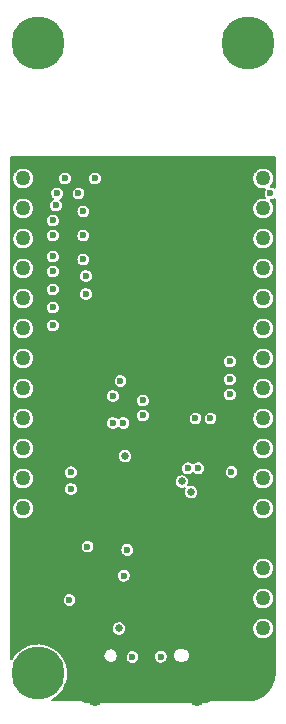
<source format=gbr>
%TF.GenerationSoftware,KiCad,Pcbnew,5.99.0-unknown-fc7f1d1d86~106~ubuntu20.04.1*%
%TF.CreationDate,2021-01-14T15:04:18+11:00*%
%TF.ProjectId,esp32-s2-feather,65737033-322d-4733-922d-666561746865,rev?*%
%TF.SameCoordinates,Original*%
%TF.FileFunction,Copper,L2,Inr*%
%TF.FilePolarity,Positive*%
%FSLAX46Y46*%
G04 Gerber Fmt 4.6, Leading zero omitted, Abs format (unit mm)*
G04 Created by KiCad (PCBNEW 5.99.0-unknown-fc7f1d1d86~106~ubuntu20.04.1) date 2021-01-14 15:04:18*
%MOMM*%
%LPD*%
G01*
G04 APERTURE LIST*
%TA.AperFunction,ComponentPad*%
%ADD10C,4.500000*%
%TD*%
%TA.AperFunction,ComponentPad*%
%ADD11O,1.158000X2.316000*%
%TD*%
%TA.AperFunction,ComponentPad*%
%ADD12O,1.200000X2.400000*%
%TD*%
%TA.AperFunction,ComponentPad*%
%ADD13C,0.400000*%
%TD*%
%TA.AperFunction,ComponentPad*%
%ADD14C,1.270000*%
%TD*%
%TA.AperFunction,ViaPad*%
%ADD15C,0.600000*%
%TD*%
%TA.AperFunction,ViaPad*%
%ADD16C,0.650000*%
%TD*%
G04 APERTURE END LIST*
D10*
%TO.N,GND*%
%TO.C,REF\u002A\u002A*%
X195580000Y-99060000D03*
%TD*%
D11*
%TO.N,GND*%
%TO.C,J1*%
X182624000Y-96811000D03*
X191264000Y-96811000D03*
D12*
X182624000Y-100636000D03*
X191264000Y-100636000D03*
%TD*%
D13*
%TO.N,GND*%
%TO.C,U5*%
X185500000Y-63435000D03*
X184000000Y-63435000D03*
X187000000Y-63435000D03*
X184000000Y-64935000D03*
X185500000Y-64935000D03*
X187000000Y-64935000D03*
X184750000Y-62685000D03*
X186250000Y-62685000D03*
X184750000Y-64185000D03*
X186250000Y-64185000D03*
X184750000Y-65685000D03*
X186250000Y-65685000D03*
%TD*%
D14*
%TO.N,+BATT*%
%TO.C,J3*%
X176530000Y-85090000D03*
%TO.N,/3V3A_EN*%
X176530000Y-82550000D03*
%TO.N,VBUS*%
X176530000Y-80010000D03*
%TO.N,/IO7*%
X176530000Y-77470000D03*
%TO.N,/IO6*%
X176530000Y-74930000D03*
%TO.N,/IO5*%
X176530000Y-72390000D03*
%TO.N,/IO4*%
X176530000Y-69850000D03*
%TO.N,/IO3*%
X176530000Y-67310000D03*
%TO.N,/IO2*%
X176530000Y-64770000D03*
%TO.N,/IO1*%
X176530000Y-62230000D03*
%TO.N,SCL*%
X176530000Y-59690000D03*
%TO.N,SDA*%
X176530000Y-57150000D03*
%TD*%
D10*
%TO.N,*%
%TO.C,REF\u002A\u002A*%
X195580000Y-45720000D03*
%TD*%
%TO.N,*%
%TO.C,REF\u002A\u002A*%
X177800000Y-45720000D03*
%TD*%
%TO.N,*%
%TO.C,REF\u002A\u002A*%
X177800000Y-99060000D03*
%TD*%
D14*
%TO.N,+3.3VA*%
%TO.C,J4*%
X196850000Y-57150000D03*
%TO.N,/IO17*%
X196850000Y-59690000D03*
%TO.N,/IO18*%
X196850000Y-62230000D03*
%TO.N,/IO37*%
X196850000Y-64770000D03*
%TO.N,/IO35*%
X196850000Y-67310000D03*
%TO.N,/IO36*%
X196850000Y-69850000D03*
%TO.N,/IO26*%
X196850000Y-72390000D03*
%TO.N,/IO21*%
X196850000Y-74930000D03*
%TO.N,/IO33*%
X196850000Y-77470000D03*
%TO.N,/IO34*%
X196850000Y-80010000D03*
%TO.N,/IO14*%
X196850000Y-82550000D03*
%TO.N,/IO12*%
X196850000Y-85090000D03*
%TO.N,GND*%
X196850000Y-87630000D03*
%TO.N,/IO0*%
X196850000Y-90170000D03*
%TO.N,+3V3*%
X196850000Y-92710000D03*
%TO.N,/ESP32-EN*%
X196850000Y-95250000D03*
%TD*%
D15*
%TO.N,GND*%
X196240400Y-55626000D03*
X184150000Y-61341000D03*
D16*
X185293000Y-87376000D03*
D15*
X193446400Y-78232000D03*
X182753000Y-65151000D03*
X191058800Y-67360800D03*
X190754000Y-56642000D03*
D16*
X189686000Y-100636000D03*
X188468000Y-90932000D03*
X179451000Y-85471000D03*
X193040000Y-88773000D03*
D15*
X183668400Y-59944000D03*
X179324000Y-55676800D03*
X192024000Y-74168000D03*
D16*
X180467000Y-90424000D03*
X185166000Y-57150000D03*
D15*
X193950500Y-63521500D03*
D16*
X184098000Y-100636000D03*
D15*
X181902138Y-68083738D03*
%TO.N,Net-(C1-Pad1)*%
X181991000Y-88315800D03*
D16*
X185166000Y-80645000D03*
D15*
X185360990Y-88586990D03*
%TO.N,+BATT*%
X185064400Y-90779600D03*
%TO.N,+3V3*%
X181636400Y-59944000D03*
D16*
X190754000Y-83693000D03*
X189992000Y-82804000D03*
D15*
X179425600Y-58420000D03*
X181636400Y-64008000D03*
X181864000Y-65405000D03*
X181636400Y-61976000D03*
X181864000Y-66929000D03*
%TO.N,/ESP32-EN*%
X191363600Y-81686400D03*
X194183000Y-81991200D03*
X197485000Y-58420000D03*
%TO.N,/IO0*%
X179324000Y-59436000D03*
X190500000Y-81686400D03*
X186690000Y-77216000D03*
X186690000Y-75946000D03*
X181229000Y-58420000D03*
%TO.N,VBUS*%
X180467000Y-92837000D03*
D16*
X184658000Y-95250000D03*
D15*
%TO.N,Net-(D2-Pad1)*%
X180594000Y-83439000D03*
%TO.N,Net-(D3-Pad1)*%
X180594000Y-82016600D03*
%TO.N,Net-(J1-Pad9)*%
X188194000Y-97643000D03*
%TO.N,Net-(J1-Pad3)*%
X185801000Y-97663000D03*
%TO.N,/IO1*%
X179070000Y-60706000D03*
%TO.N,/IO2*%
X179070000Y-61976000D03*
%TO.N,/IO3*%
X179070000Y-63754000D03*
%TO.N,/IO4*%
X179070000Y-65024000D03*
%TO.N,/IO5*%
X179070000Y-66548000D03*
%TO.N,/IO6*%
X179070000Y-68072000D03*
%TO.N,/IO7*%
X179070000Y-69596000D03*
%TO.N,/IO21*%
X191135000Y-77470000D03*
%TO.N,/IO26*%
X192405000Y-77470000D03*
%TO.N,/IO36*%
X194056000Y-74168000D03*
%TO.N,/IO35*%
X194056000Y-75438000D03*
%TO.N,/IO37*%
X194056000Y-72644000D03*
%TO.N,/IO18*%
X185039000Y-77851000D03*
X184785000Y-74295000D03*
%TO.N,/IO17*%
X184150000Y-77851000D03*
X184150000Y-75565000D03*
%TO.N,/RXD0*%
X180086000Y-57150000D03*
%TO.N,/TXD0*%
X182626000Y-57150000D03*
%TD*%
%TA.AperFunction,Conductor*%
%TO.N,GND*%
G36*
X197879191Y-55263907D02*
G01*
X197915155Y-55313407D01*
X197920000Y-55344000D01*
X197920000Y-57923493D01*
X197901093Y-57981684D01*
X197851593Y-58017648D01*
X197790407Y-58017648D01*
X197767153Y-58006568D01*
X197740325Y-57989179D01*
X197697033Y-57961118D01*
X197690275Y-57959097D01*
X197690273Y-57959096D01*
X197566479Y-57922074D01*
X197559718Y-57920052D01*
X197521727Y-57919820D01*
X197501088Y-57919694D01*
X197443013Y-57900432D01*
X197407352Y-57850713D01*
X197407726Y-57789529D01*
X197430238Y-57752174D01*
X197460055Y-57721082D01*
X197515919Y-57662827D01*
X197522758Y-57651624D01*
X197607712Y-57512446D01*
X197610507Y-57507867D01*
X197669613Y-57336212D01*
X197690480Y-57155868D01*
X197690500Y-57150000D01*
X197686618Y-57114264D01*
X197671472Y-56974840D01*
X197671471Y-56974835D01*
X197670893Y-56969515D01*
X197612987Y-56797451D01*
X197519483Y-56641834D01*
X197394745Y-56509927D01*
X197316350Y-56456650D01*
X197249025Y-56410896D01*
X197249023Y-56410895D01*
X197244591Y-56407883D01*
X197182079Y-56382880D01*
X197081006Y-56342453D01*
X197081002Y-56342452D01*
X197076027Y-56340462D01*
X197070742Y-56339587D01*
X197070738Y-56339586D01*
X196952612Y-56320031D01*
X196896918Y-56310811D01*
X196825832Y-56314536D01*
X196720974Y-56320031D01*
X196720970Y-56320032D01*
X196715620Y-56320312D01*
X196540591Y-56368523D01*
X196535852Y-56371022D01*
X196535851Y-56371022D01*
X196384735Y-56450696D01*
X196384732Y-56450698D01*
X196379998Y-56453194D01*
X196316431Y-56506913D01*
X196245423Y-56566919D01*
X196245421Y-56566922D01*
X196241334Y-56570375D01*
X196131066Y-56714598D01*
X196128802Y-56719454D01*
X196128801Y-56719455D01*
X196105079Y-56770327D01*
X196054341Y-56879136D01*
X196014738Y-57056310D01*
X196014104Y-57237856D01*
X196015238Y-57243100D01*
X196051335Y-57410056D01*
X196051337Y-57410061D01*
X196052470Y-57415303D01*
X196128044Y-57580372D01*
X196131266Y-57584648D01*
X196131268Y-57584651D01*
X196150548Y-57610236D01*
X196237302Y-57725362D01*
X196375145Y-57843508D01*
X196379871Y-57846042D01*
X196517232Y-57919694D01*
X196535143Y-57929298D01*
X196540299Y-57930757D01*
X196704674Y-57977271D01*
X196704677Y-57977271D01*
X196709831Y-57978730D01*
X196715183Y-57979048D01*
X196885705Y-57989179D01*
X196891058Y-57989497D01*
X196975482Y-57976125D01*
X197035913Y-57985696D01*
X197079178Y-58028960D01*
X197088750Y-58089392D01*
X197069494Y-58130271D01*
X197071040Y-58131287D01*
X197067166Y-58137184D01*
X197062499Y-58142469D01*
X197001588Y-58272206D01*
X196979538Y-58413824D01*
X196998121Y-58555939D01*
X197000962Y-58562395D01*
X197000962Y-58562396D01*
X197002870Y-58566731D01*
X197055845Y-58687126D01*
X197060384Y-58692526D01*
X197060386Y-58692529D01*
X197068930Y-58702694D01*
X197091899Y-58759404D01*
X197077147Y-58818785D01*
X197030310Y-58858154D01*
X196976978Y-58864065D01*
X196896918Y-58850811D01*
X196825832Y-58854536D01*
X196720974Y-58860031D01*
X196720970Y-58860032D01*
X196715620Y-58860312D01*
X196540591Y-58908523D01*
X196535852Y-58911022D01*
X196535851Y-58911022D01*
X196384735Y-58990696D01*
X196384732Y-58990698D01*
X196379998Y-58993194D01*
X196333408Y-59032566D01*
X196245423Y-59106919D01*
X196245421Y-59106922D01*
X196241334Y-59110375D01*
X196131066Y-59254598D01*
X196054341Y-59419136D01*
X196053172Y-59424367D01*
X196053171Y-59424369D01*
X196038734Y-59488956D01*
X196014738Y-59596310D01*
X196014719Y-59601668D01*
X196014719Y-59601671D01*
X196014493Y-59666469D01*
X196014104Y-59777856D01*
X196022513Y-59816747D01*
X196051335Y-59950056D01*
X196051337Y-59950061D01*
X196052470Y-59955303D01*
X196128044Y-60120372D01*
X196237302Y-60265362D01*
X196375145Y-60383508D01*
X196379871Y-60386042D01*
X196490751Y-60445495D01*
X196535143Y-60469298D01*
X196540299Y-60470757D01*
X196704674Y-60517271D01*
X196704677Y-60517271D01*
X196709831Y-60518730D01*
X196715183Y-60519048D01*
X196885705Y-60529179D01*
X196891058Y-60529497D01*
X196896355Y-60528658D01*
X196896356Y-60528658D01*
X196968271Y-60517267D01*
X197070370Y-60501096D01*
X197239400Y-60434854D01*
X197243855Y-60431872D01*
X197243860Y-60431869D01*
X197337060Y-60369477D01*
X197390263Y-60333860D01*
X197488039Y-60231900D01*
X197512205Y-60206700D01*
X197515919Y-60202827D01*
X197610507Y-60047867D01*
X197669613Y-59876212D01*
X197690480Y-59695868D01*
X197690500Y-59690000D01*
X197686618Y-59654264D01*
X197671472Y-59514840D01*
X197671471Y-59514835D01*
X197670893Y-59509515D01*
X197612987Y-59337451D01*
X197519483Y-59181834D01*
X197515801Y-59177940D01*
X197515797Y-59177935D01*
X197430596Y-59087837D01*
X197404352Y-59032566D01*
X197415607Y-58972425D01*
X197460063Y-58930386D01*
X197504341Y-58920833D01*
X197517706Y-58921078D01*
X197540428Y-58921495D01*
X197540430Y-58921495D01*
X197547481Y-58921624D01*
X197554284Y-58919769D01*
X197554286Y-58919769D01*
X197601065Y-58907015D01*
X197685758Y-58883925D01*
X197727730Y-58858154D01*
X197769199Y-58832692D01*
X197828681Y-58818356D01*
X197885230Y-58841722D01*
X197917244Y-58893863D01*
X197920000Y-58917058D01*
X197920000Y-99004007D01*
X197917165Y-99027527D01*
X197915328Y-99035035D01*
X197915250Y-99040635D01*
X197913619Y-99157681D01*
X197913448Y-99162278D01*
X197909532Y-99227030D01*
X197908992Y-99232975D01*
X197908324Y-99238477D01*
X197882713Y-99449402D01*
X197881818Y-99455288D01*
X197872404Y-99506659D01*
X197871167Y-99512419D01*
X197855635Y-99575436D01*
X197818988Y-99724118D01*
X197817382Y-99729879D01*
X197801864Y-99779676D01*
X197799914Y-99785328D01*
X197722613Y-99989156D01*
X197720324Y-99994681D01*
X197698913Y-100042254D01*
X197696295Y-100047631D01*
X197594995Y-100240641D01*
X197592063Y-100245839D01*
X197565054Y-100290519D01*
X197561816Y-100295525D01*
X197437996Y-100474909D01*
X197434452Y-100479726D01*
X197402278Y-100520793D01*
X197398450Y-100525387D01*
X197253899Y-100688552D01*
X197249800Y-100692907D01*
X197212899Y-100729808D01*
X197208545Y-100733905D01*
X197045390Y-100878448D01*
X197040824Y-100882254D01*
X196999698Y-100914474D01*
X196994938Y-100917976D01*
X196815504Y-101041831D01*
X196810524Y-101045051D01*
X196765817Y-101072077D01*
X196760637Y-101074998D01*
X196655045Y-101130417D01*
X196567644Y-101176288D01*
X196562269Y-101178905D01*
X196514682Y-101200323D01*
X196509172Y-101202607D01*
X196424472Y-101234729D01*
X196305326Y-101279915D01*
X196299673Y-101281865D01*
X196249875Y-101297383D01*
X196244114Y-101298989D01*
X196032426Y-101351165D01*
X196026659Y-101352404D01*
X195975291Y-101361817D01*
X195969408Y-101362712D01*
X195752994Y-101388990D01*
X195747038Y-101389531D01*
X195682278Y-101393448D01*
X195677680Y-101393619D01*
X195637142Y-101394184D01*
X195555227Y-101395325D01*
X195547488Y-101397204D01*
X195524129Y-101400000D01*
X192585800Y-101400000D01*
X192566326Y-101398066D01*
X192566261Y-101398053D01*
X192548357Y-101394461D01*
X192542757Y-101394618D01*
X192504926Y-101395679D01*
X192504836Y-101392466D01*
X192504608Y-101392483D01*
X192504719Y-101395587D01*
X192504717Y-101395587D01*
X192492399Y-101396028D01*
X192491775Y-101396048D01*
X192474415Y-101396534D01*
X192442618Y-101397425D01*
X192442614Y-101397426D01*
X192437711Y-101397563D01*
X192435809Y-101398053D01*
X192433666Y-101398130D01*
X192387149Y-101410594D01*
X192386458Y-101410775D01*
X192369031Y-101415268D01*
X192369028Y-101415269D01*
X192368018Y-101411350D01*
X192367614Y-101411416D01*
X192368717Y-101415533D01*
X192324415Y-101427404D01*
X192323666Y-101424610D01*
X192320842Y-101425558D01*
X192321261Y-101426924D01*
X192321260Y-101426924D01*
X192288715Y-101436904D01*
X192285393Y-101437859D01*
X192262410Y-101444018D01*
X192258108Y-101446291D01*
X192253289Y-101447769D01*
X192248444Y-101450566D01*
X192248438Y-101450569D01*
X192233065Y-101459445D01*
X192229823Y-101461237D01*
X192199701Y-101477152D01*
X192198620Y-101475106D01*
X192195661Y-101476343D01*
X192197695Y-101479866D01*
X192155338Y-101504321D01*
X192153907Y-101501842D01*
X192151423Y-101503483D01*
X192152168Y-101504673D01*
X192152166Y-101504674D01*
X192123287Y-101522754D01*
X192120354Y-101524519D01*
X192099746Y-101536417D01*
X192096176Y-101539729D01*
X192091906Y-101542402D01*
X192085905Y-101548403D01*
X192084452Y-101549143D01*
X192083558Y-101549855D01*
X192083413Y-101549673D01*
X192031388Y-101576180D01*
X192015901Y-101577399D01*
X181872100Y-101577399D01*
X181813909Y-101558492D01*
X181802096Y-101548403D01*
X181796230Y-101542537D01*
X181792109Y-101539947D01*
X181788420Y-101536513D01*
X181768235Y-101524859D01*
X181765055Y-101522943D01*
X181736180Y-101504795D01*
X181737412Y-101502835D01*
X181734861Y-101500891D01*
X181732826Y-101504416D01*
X181690471Y-101479962D01*
X181691944Y-101477411D01*
X181689269Y-101476090D01*
X181688579Y-101477391D01*
X181658512Y-101461438D01*
X181655413Y-101459721D01*
X181639697Y-101450647D01*
X181639691Y-101450644D01*
X181634877Y-101447865D01*
X181630226Y-101446430D01*
X181625775Y-101444068D01*
X181620370Y-101442620D01*
X181620363Y-101442617D01*
X181603238Y-101438028D01*
X181599670Y-101437000D01*
X181567106Y-101426951D01*
X181567788Y-101424741D01*
X181564820Y-101423523D01*
X181563767Y-101427453D01*
X181519469Y-101415583D01*
X181520305Y-101412462D01*
X181520080Y-101412413D01*
X181519295Y-101415436D01*
X181507490Y-101412371D01*
X181506745Y-101412174D01*
X181459268Y-101399452D01*
X181459266Y-101399452D01*
X181454520Y-101398180D01*
X181452554Y-101398106D01*
X181450481Y-101397568D01*
X181402403Y-101396221D01*
X181401567Y-101396193D01*
X181383644Y-101395520D01*
X181383643Y-101395520D01*
X181383795Y-101391477D01*
X181383387Y-101391425D01*
X181383268Y-101395684D01*
X181339834Y-101394466D01*
X181328919Y-101396636D01*
X181321555Y-101398100D01*
X181302251Y-101400000D01*
X179022896Y-101400000D01*
X178964705Y-101381093D01*
X178928741Y-101331593D01*
X178928741Y-101270407D01*
X178964705Y-101220907D01*
X178980038Y-101211758D01*
X179001679Y-101201366D01*
X179004325Y-101199651D01*
X179004332Y-101199647D01*
X179261382Y-101033035D01*
X179261389Y-101033030D01*
X179264030Y-101031318D01*
X179315761Y-100987525D01*
X179371972Y-100939938D01*
X179502648Y-100829313D01*
X179504775Y-100826988D01*
X179504781Y-100826982D01*
X179711541Y-100600947D01*
X179711542Y-100600946D01*
X179713664Y-100598626D01*
X179765351Y-100525219D01*
X179891836Y-100345583D01*
X179891838Y-100345580D01*
X179893658Y-100342995D01*
X180039711Y-100066566D01*
X180107053Y-99886929D01*
X180148346Y-99776781D01*
X180148348Y-99776775D01*
X180149456Y-99773819D01*
X180221113Y-99469501D01*
X180245211Y-99238285D01*
X180253309Y-99160592D01*
X180253310Y-99160581D01*
X180253522Y-99158544D01*
X180255500Y-99060000D01*
X180235597Y-98747993D01*
X180176210Y-98441044D01*
X180139323Y-98329181D01*
X180079292Y-98147129D01*
X180079290Y-98147123D01*
X180078302Y-98144128D01*
X179988691Y-97956676D01*
X179944818Y-97864901D01*
X179944816Y-97864897D01*
X179943460Y-97862061D01*
X179814965Y-97663056D01*
X179775583Y-97602064D01*
X179775581Y-97602061D01*
X179775048Y-97601236D01*
X183427604Y-97601236D01*
X183429349Y-97607747D01*
X183429349Y-97607750D01*
X183445575Y-97668304D01*
X183464170Y-97737702D01*
X183467604Y-97743508D01*
X183467605Y-97743511D01*
X183530521Y-97849894D01*
X183536088Y-97859307D01*
X183540962Y-97863981D01*
X183605293Y-97925672D01*
X183638058Y-97957093D01*
X183643999Y-97960279D01*
X183644001Y-97960280D01*
X183745005Y-98014438D01*
X183762568Y-98023855D01*
X183900446Y-98054675D01*
X183907185Y-98054322D01*
X183907187Y-98054322D01*
X183953639Y-98051887D01*
X184041532Y-98047281D01*
X184175433Y-98002218D01*
X184199680Y-97985740D01*
X184222251Y-97970400D01*
X184292282Y-97922807D01*
X184298782Y-97915115D01*
X184379117Y-97820053D01*
X184379118Y-97820051D01*
X184383473Y-97814898D01*
X184387823Y-97805398D01*
X184439476Y-97692577D01*
X184439477Y-97692575D01*
X184442285Y-97686441D01*
X184444359Y-97673351D01*
X184446977Y-97656824D01*
X185295538Y-97656824D01*
X185296453Y-97663822D01*
X185309662Y-97764835D01*
X185314121Y-97798939D01*
X185316962Y-97805395D01*
X185316962Y-97805396D01*
X185368625Y-97922807D01*
X185371845Y-97930126D01*
X185376382Y-97935523D01*
X185376383Y-97935525D01*
X185404256Y-97968683D01*
X185464068Y-98039838D01*
X185469939Y-98043746D01*
X185469940Y-98043747D01*
X185489957Y-98057071D01*
X185583377Y-98119257D01*
X185590104Y-98121359D01*
X185590107Y-98121360D01*
X185713448Y-98159894D01*
X185713449Y-98159894D01*
X185720180Y-98161997D01*
X185791831Y-98163311D01*
X185856427Y-98164495D01*
X185856429Y-98164495D01*
X185863481Y-98164624D01*
X185870284Y-98162769D01*
X185870286Y-98162769D01*
X185936839Y-98144624D01*
X186001758Y-98126925D01*
X186123897Y-98051931D01*
X186132598Y-98042318D01*
X186215346Y-97950900D01*
X186215346Y-97950899D01*
X186220078Y-97945672D01*
X186270379Y-97841852D01*
X186279494Y-97823038D01*
X186282570Y-97816689D01*
X186283905Y-97808759D01*
X186305715Y-97679120D01*
X186305715Y-97679117D01*
X186306349Y-97675350D01*
X186306500Y-97663000D01*
X186302751Y-97636824D01*
X187688538Y-97636824D01*
X187689453Y-97643822D01*
X187704671Y-97760199D01*
X187707121Y-97778939D01*
X187709962Y-97785395D01*
X187709962Y-97785396D01*
X187754751Y-97887185D01*
X187764845Y-97910126D01*
X187769382Y-97915523D01*
X187769383Y-97915525D01*
X187816895Y-97972047D01*
X187857068Y-98019838D01*
X187862939Y-98023746D01*
X187862940Y-98023747D01*
X187873868Y-98031021D01*
X187976377Y-98099257D01*
X187983104Y-98101359D01*
X187983107Y-98101360D01*
X188106448Y-98139894D01*
X188106449Y-98139894D01*
X188113180Y-98141997D01*
X188184830Y-98143310D01*
X188249427Y-98144495D01*
X188249429Y-98144495D01*
X188256481Y-98144624D01*
X188263284Y-98142769D01*
X188263286Y-98142769D01*
X188314599Y-98128779D01*
X188394758Y-98106925D01*
X188516897Y-98031931D01*
X188526159Y-98021699D01*
X188608346Y-97930900D01*
X188608346Y-97930899D01*
X188613078Y-97925672D01*
X188661201Y-97826346D01*
X188672494Y-97803038D01*
X188675570Y-97796689D01*
X188678557Y-97778939D01*
X188698715Y-97659120D01*
X188698715Y-97659117D01*
X188699349Y-97655350D01*
X188699407Y-97650659D01*
X188699453Y-97646826D01*
X188699500Y-97643000D01*
X188698650Y-97637061D01*
X188680182Y-97508106D01*
X188679182Y-97501123D01*
X188674273Y-97490325D01*
X188672208Y-97485783D01*
X189297929Y-97485783D01*
X189300661Y-97495278D01*
X189300654Y-97501598D01*
X189300179Y-97509768D01*
X189299015Y-97520024D01*
X189299000Y-97520292D01*
X189298062Y-97525824D01*
X189298388Y-97531421D01*
X189298319Y-97532668D01*
X189298319Y-97539009D01*
X189298396Y-97540433D01*
X189298073Y-97545984D01*
X189298992Y-97551462D01*
X189299001Y-97551627D01*
X189300160Y-97561920D01*
X189300657Y-97570452D01*
X189300659Y-97576494D01*
X189297949Y-97585851D01*
X189299799Y-97596848D01*
X189299799Y-97596850D01*
X189302562Y-97613274D01*
X189303767Y-97623948D01*
X189304219Y-97631721D01*
X189305768Y-97637061D01*
X189306067Y-97638092D01*
X189308613Y-97649239D01*
X189309744Y-97655962D01*
X189311887Y-97661135D01*
X189311887Y-97661137D01*
X189312682Y-97663056D01*
X189316294Y-97673349D01*
X189323979Y-97699838D01*
X189330574Y-97707194D01*
X189333323Y-97712890D01*
X189349465Y-97751861D01*
X189351542Y-97759936D01*
X189351790Y-97759850D01*
X189355456Y-97770377D01*
X189356689Y-97781456D01*
X189362604Y-97790904D01*
X189369260Y-97801535D01*
X189371895Y-97806011D01*
X189374000Y-97811094D01*
X189377210Y-97815620D01*
X189377212Y-97815623D01*
X189382953Y-97823716D01*
X189386097Y-97828429D01*
X189394416Y-97841716D01*
X189398312Y-97845612D01*
X189401386Y-97849702D01*
X189408275Y-97859413D01*
X189415035Y-97868943D01*
X189424791Y-97874340D01*
X189433101Y-97881770D01*
X189432962Y-97881925D01*
X189439692Y-97886992D01*
X189467815Y-97915115D01*
X189472823Y-97921779D01*
X189473019Y-97921604D01*
X189480434Y-97929927D01*
X189485813Y-97939691D01*
X189505119Y-97953437D01*
X189509256Y-97956556D01*
X189513148Y-97960448D01*
X189517847Y-97963402D01*
X189517854Y-97963407D01*
X189526248Y-97968683D01*
X189530980Y-97971851D01*
X189539165Y-97977678D01*
X189539168Y-97977680D01*
X189543729Y-97980927D01*
X189548817Y-97983034D01*
X189553233Y-97985642D01*
X189563756Y-97992256D01*
X189563758Y-97992257D01*
X189573198Y-97998190D01*
X189584276Y-97999442D01*
X189594801Y-98003128D01*
X189594732Y-98003324D01*
X189602887Y-98005430D01*
X189642173Y-98021702D01*
X189647599Y-98024327D01*
X189654841Y-98030843D01*
X189665544Y-98033968D01*
X189681528Y-98038635D01*
X189691668Y-98042204D01*
X189693720Y-98043054D01*
X189693724Y-98043055D01*
X189698861Y-98045183D01*
X189705402Y-98046295D01*
X189716554Y-98048862D01*
X189723087Y-98050770D01*
X189730468Y-98051199D01*
X189730757Y-98051216D01*
X189741591Y-98052448D01*
X189768783Y-98057071D01*
X189778279Y-98054339D01*
X189784598Y-98054346D01*
X189823442Y-98056605D01*
X189823445Y-98056605D01*
X189828985Y-98056927D01*
X189834456Y-98056009D01*
X189834459Y-98056009D01*
X189856184Y-98052364D01*
X189872564Y-98051000D01*
X189873074Y-98051000D01*
X189890386Y-98052911D01*
X189893859Y-98053203D01*
X189900446Y-98054675D01*
X189907185Y-98054322D01*
X189907187Y-98054322D01*
X189967974Y-98051136D01*
X189973155Y-98051000D01*
X190015469Y-98051000D01*
X190032018Y-98052393D01*
X190058824Y-98056938D01*
X190064415Y-98056613D01*
X190064417Y-98056613D01*
X190076731Y-98055897D01*
X190103468Y-98054342D01*
X190109493Y-98054340D01*
X190118851Y-98057051D01*
X190129848Y-98055201D01*
X190129850Y-98055201D01*
X190146274Y-98052438D01*
X190156948Y-98051233D01*
X190159170Y-98051104D01*
X190159173Y-98051104D01*
X190164721Y-98050781D01*
X190171094Y-98048933D01*
X190182239Y-98046387D01*
X190188962Y-98045256D01*
X190194135Y-98043113D01*
X190194137Y-98043113D01*
X190196056Y-98042318D01*
X190206351Y-98038705D01*
X190232838Y-98031021D01*
X190240194Y-98024426D01*
X190245890Y-98021677D01*
X190284861Y-98005535D01*
X190292936Y-98003458D01*
X190292850Y-98003210D01*
X190303377Y-97999544D01*
X190314456Y-97998311D01*
X190324128Y-97992256D01*
X190334535Y-97985740D01*
X190339011Y-97983105D01*
X190344094Y-97981000D01*
X190348620Y-97977790D01*
X190348623Y-97977788D01*
X190356716Y-97972047D01*
X190361429Y-97968903D01*
X190374716Y-97960584D01*
X190378612Y-97956688D01*
X190382702Y-97953614D01*
X190392848Y-97946417D01*
X190392849Y-97946416D01*
X190401943Y-97939965D01*
X190407340Y-97930209D01*
X190414770Y-97921899D01*
X190414925Y-97922038D01*
X190419992Y-97915308D01*
X190448115Y-97887185D01*
X190454779Y-97882177D01*
X190454604Y-97881981D01*
X190462927Y-97874566D01*
X190472691Y-97869187D01*
X190486437Y-97849881D01*
X190489556Y-97845744D01*
X190493448Y-97841852D01*
X190496402Y-97837153D01*
X190496407Y-97837146D01*
X190501683Y-97828752D01*
X190504851Y-97824020D01*
X190510678Y-97815835D01*
X190510680Y-97815832D01*
X190513927Y-97811271D01*
X190516034Y-97806183D01*
X190518642Y-97801767D01*
X190525256Y-97791244D01*
X190525257Y-97791242D01*
X190531190Y-97781802D01*
X190532442Y-97770724D01*
X190536128Y-97760199D01*
X190536324Y-97760268D01*
X190538430Y-97752113D01*
X190554699Y-97712834D01*
X190557327Y-97707401D01*
X190563843Y-97700159D01*
X190571635Y-97673471D01*
X190575204Y-97663332D01*
X190576054Y-97661280D01*
X190576055Y-97661276D01*
X190578183Y-97656139D01*
X190579295Y-97649598D01*
X190581862Y-97638447D01*
X190582199Y-97637292D01*
X190583770Y-97631913D01*
X190584216Y-97624243D01*
X190585448Y-97613409D01*
X190590071Y-97586217D01*
X190587339Y-97576721D01*
X190587346Y-97570404D01*
X190587821Y-97562232D01*
X190588985Y-97551975D01*
X190589000Y-97551709D01*
X190589938Y-97546176D01*
X190589612Y-97540577D01*
X190589680Y-97539347D01*
X190589681Y-97532986D01*
X190589604Y-97531564D01*
X190589927Y-97526015D01*
X190589008Y-97520537D01*
X190588999Y-97520372D01*
X190587840Y-97510080D01*
X190587343Y-97501549D01*
X190587341Y-97495508D01*
X190590051Y-97486150D01*
X190588201Y-97475151D01*
X190585438Y-97458728D01*
X190584233Y-97448053D01*
X190584104Y-97445831D01*
X190584104Y-97445828D01*
X190583781Y-97440279D01*
X190581933Y-97433910D01*
X190579383Y-97422741D01*
X190579326Y-97422398D01*
X190578256Y-97416039D01*
X190575319Y-97408948D01*
X190571704Y-97398645D01*
X190567129Y-97382875D01*
X190567128Y-97382873D01*
X190564021Y-97372162D01*
X190557424Y-97364805D01*
X190554675Y-97359108D01*
X190538536Y-97320142D01*
X190536458Y-97312066D01*
X190536211Y-97312152D01*
X190532544Y-97301622D01*
X190531311Y-97290544D01*
X190518720Y-97270432D01*
X190516106Y-97265991D01*
X190514000Y-97260907D01*
X190505060Y-97248304D01*
X190501895Y-97243559D01*
X190496555Y-97235030D01*
X190493584Y-97230284D01*
X190489689Y-97226389D01*
X190486614Y-97222298D01*
X190479418Y-97212153D01*
X190479414Y-97212149D01*
X190472965Y-97203058D01*
X190463209Y-97197661D01*
X190454901Y-97190233D01*
X190455040Y-97190077D01*
X190448311Y-97185011D01*
X190420189Y-97156889D01*
X190415180Y-97150224D01*
X190414984Y-97150398D01*
X190407567Y-97142073D01*
X190402188Y-97132309D01*
X190393108Y-97125845D01*
X190393106Y-97125842D01*
X190382889Y-97118568D01*
X190378740Y-97115440D01*
X190374852Y-97111552D01*
X190361750Y-97103317D01*
X190357013Y-97100146D01*
X190348828Y-97094318D01*
X190348825Y-97094316D01*
X190344271Y-97091074D01*
X190339186Y-97088967D01*
X190334780Y-97086366D01*
X190324240Y-97079742D01*
X190324241Y-97079742D01*
X190314802Y-97073810D01*
X190303725Y-97072557D01*
X190293204Y-97068873D01*
X190293273Y-97068676D01*
X190285113Y-97066570D01*
X190245829Y-97050298D01*
X190240403Y-97047674D01*
X190233159Y-97041157D01*
X190206449Y-97033358D01*
X190196336Y-97029798D01*
X190189139Y-97026817D01*
X190182598Y-97025705D01*
X190171447Y-97023138D01*
X190171200Y-97023066D01*
X190164913Y-97021230D01*
X190157532Y-97020801D01*
X190157243Y-97020784D01*
X190146409Y-97019552D01*
X190119217Y-97014929D01*
X190109722Y-97017661D01*
X190103402Y-97017654D01*
X190064559Y-97015395D01*
X190064556Y-97015395D01*
X190059016Y-97015073D01*
X190053545Y-97015991D01*
X190053542Y-97015991D01*
X190031817Y-97019636D01*
X190015437Y-97021000D01*
X189975858Y-97021000D01*
X189968607Y-97020734D01*
X189918052Y-97017021D01*
X189918048Y-97017021D01*
X189911318Y-97016527D01*
X189904703Y-97017861D01*
X189904700Y-97017861D01*
X189898820Y-97019047D01*
X189879252Y-97021000D01*
X189872531Y-97021000D01*
X189855981Y-97019607D01*
X189855651Y-97019551D01*
X189829176Y-97015062D01*
X189823585Y-97015387D01*
X189823583Y-97015387D01*
X189809910Y-97016182D01*
X189784533Y-97017658D01*
X189778509Y-97017660D01*
X189769150Y-97014949D01*
X189758153Y-97016799D01*
X189758152Y-97016799D01*
X189741728Y-97019562D01*
X189731053Y-97020767D01*
X189728831Y-97020896D01*
X189728828Y-97020896D01*
X189723279Y-97021219D01*
X189716910Y-97023067D01*
X189705747Y-97025616D01*
X189699039Y-97026744D01*
X189693865Y-97028887D01*
X189693866Y-97028887D01*
X189691948Y-97029681D01*
X189681645Y-97033296D01*
X189665875Y-97037871D01*
X189665873Y-97037872D01*
X189655162Y-97040979D01*
X189647805Y-97047576D01*
X189642108Y-97050325D01*
X189603142Y-97066464D01*
X189595066Y-97068542D01*
X189595152Y-97068789D01*
X189584622Y-97072456D01*
X189573544Y-97073689D01*
X189553432Y-97086280D01*
X189548991Y-97088894D01*
X189543907Y-97091000D01*
X189539377Y-97094214D01*
X189539376Y-97094214D01*
X189531304Y-97099940D01*
X189526559Y-97103105D01*
X189513284Y-97111416D01*
X189509389Y-97115311D01*
X189505298Y-97118386D01*
X189495153Y-97125582D01*
X189495149Y-97125586D01*
X189486058Y-97132035D01*
X189480661Y-97141791D01*
X189473233Y-97150099D01*
X189473077Y-97149960D01*
X189468011Y-97156689D01*
X189439889Y-97184811D01*
X189433224Y-97189820D01*
X189433398Y-97190016D01*
X189425073Y-97197433D01*
X189415309Y-97202812D01*
X189408845Y-97211892D01*
X189408842Y-97211894D01*
X189401568Y-97222111D01*
X189398440Y-97226260D01*
X189394552Y-97230148D01*
X189391598Y-97234848D01*
X189386318Y-97243249D01*
X189383147Y-97247986D01*
X189374074Y-97260729D01*
X189371967Y-97265814D01*
X189369366Y-97270219D01*
X189356810Y-97290198D01*
X189355557Y-97301275D01*
X189351873Y-97311796D01*
X189351676Y-97311727D01*
X189349570Y-97319886D01*
X189333325Y-97359108D01*
X189333301Y-97359165D01*
X189330674Y-97364597D01*
X189324157Y-97371841D01*
X189316358Y-97398551D01*
X189312798Y-97408664D01*
X189309817Y-97415861D01*
X189308849Y-97421557D01*
X189308706Y-97422398D01*
X189306138Y-97433553D01*
X189304230Y-97440087D01*
X189303905Y-97445682D01*
X189303784Y-97447757D01*
X189302552Y-97458591D01*
X189297929Y-97485783D01*
X188672208Y-97485783D01*
X188622780Y-97377073D01*
X188622780Y-97377072D01*
X188619860Y-97370651D01*
X188526303Y-97262074D01*
X188406033Y-97184118D01*
X188399275Y-97182097D01*
X188399273Y-97182096D01*
X188275479Y-97145074D01*
X188268718Y-97143052D01*
X188182694Y-97142527D01*
X188132448Y-97142220D01*
X188125396Y-97142177D01*
X188118620Y-97144114D01*
X188118617Y-97144114D01*
X187994369Y-97179624D01*
X187994367Y-97179625D01*
X187987589Y-97181562D01*
X187866375Y-97258042D01*
X187771499Y-97365469D01*
X187710588Y-97495206D01*
X187688538Y-97636824D01*
X186302751Y-97636824D01*
X186286182Y-97521123D01*
X186281020Y-97509768D01*
X186229780Y-97397073D01*
X186229780Y-97397072D01*
X186226860Y-97390651D01*
X186133303Y-97282074D01*
X186013033Y-97204118D01*
X186006275Y-97202097D01*
X186006273Y-97202096D01*
X185882479Y-97165074D01*
X185875718Y-97163052D01*
X185789694Y-97162527D01*
X185739448Y-97162220D01*
X185732396Y-97162177D01*
X185725620Y-97164114D01*
X185725617Y-97164114D01*
X185601369Y-97199624D01*
X185601367Y-97199625D01*
X185594589Y-97201562D01*
X185588625Y-97205325D01*
X185521010Y-97247987D01*
X185473375Y-97278042D01*
X185378499Y-97385469D01*
X185317588Y-97515206D01*
X185295538Y-97656824D01*
X184446977Y-97656824D01*
X184463817Y-97550493D01*
X184464386Y-97546901D01*
X184464500Y-97536000D01*
X184445326Y-97396027D01*
X184442649Y-97389841D01*
X184442648Y-97389837D01*
X184391895Y-97272555D01*
X184391894Y-97272554D01*
X184389217Y-97266367D01*
X184384652Y-97260729D01*
X184304552Y-97161814D01*
X184304551Y-97161814D01*
X184300307Y-97156572D01*
X184286779Y-97146958D01*
X184190644Y-97078638D01*
X184190643Y-97078637D01*
X184185146Y-97074731D01*
X184178802Y-97072447D01*
X184178798Y-97072445D01*
X184058566Y-97029159D01*
X184058563Y-97029158D01*
X184052218Y-97026874D01*
X184027993Y-97025095D01*
X183918052Y-97017021D01*
X183918048Y-97017021D01*
X183911318Y-97016527D01*
X183904703Y-97017861D01*
X183904701Y-97017861D01*
X183805463Y-97037871D01*
X183772825Y-97044452D01*
X183766819Y-97047512D01*
X183766817Y-97047513D01*
X183711982Y-97075453D01*
X183646944Y-97108592D01*
X183641981Y-97113155D01*
X183641979Y-97113157D01*
X183599016Y-97152664D01*
X183542948Y-97204221D01*
X183539391Y-97209958D01*
X183476082Y-97312066D01*
X183468500Y-97324294D01*
X183466617Y-97330776D01*
X183434859Y-97440087D01*
X183429084Y-97459964D01*
X183429013Y-97466711D01*
X183429013Y-97466713D01*
X183428768Y-97490088D01*
X183427604Y-97601236D01*
X179775048Y-97601236D01*
X179773871Y-97599413D01*
X179572282Y-97360442D01*
X179341963Y-97149024D01*
X179336374Y-97145074D01*
X179089221Y-96970404D01*
X179089220Y-96970403D01*
X179086647Y-96968585D01*
X178900575Y-96869856D01*
X178813253Y-96823523D01*
X178813246Y-96823520D01*
X178810474Y-96822049D01*
X178517919Y-96711794D01*
X178299478Y-96659955D01*
X178216786Y-96640331D01*
X178216783Y-96640331D01*
X178213726Y-96639605D01*
X178080407Y-96625475D01*
X177905953Y-96606985D01*
X177905946Y-96606985D01*
X177902826Y-96606654D01*
X177590259Y-96613474D01*
X177281092Y-96659955D01*
X177278054Y-96660818D01*
X177278052Y-96660818D01*
X176983376Y-96744481D01*
X176983373Y-96744482D01*
X176980337Y-96745344D01*
X176977429Y-96746587D01*
X176977430Y-96746587D01*
X176695774Y-96867014D01*
X176695770Y-96867016D01*
X176692870Y-96868256D01*
X176423351Y-97026698D01*
X176420852Y-97028633D01*
X176420846Y-97028637D01*
X176328491Y-97100146D01*
X176176149Y-97218102D01*
X176167848Y-97226418D01*
X175973271Y-97421335D01*
X175955271Y-97439366D01*
X175953352Y-97441854D01*
X175953348Y-97441858D01*
X175774659Y-97673472D01*
X175764298Y-97686902D01*
X175650199Y-97881770D01*
X175644433Y-97891617D01*
X175598714Y-97932279D01*
X175537826Y-97938303D01*
X175485026Y-97907387D01*
X175460481Y-97851341D01*
X175460000Y-97841594D01*
X175460000Y-95316489D01*
X184131683Y-95316489D01*
X184168952Y-95455577D01*
X184172388Y-95461387D01*
X184215483Y-95534256D01*
X184242251Y-95579519D01*
X184247120Y-95584188D01*
X184247123Y-95584192D01*
X184304364Y-95639084D01*
X184346180Y-95679184D01*
X184473083Y-95747228D01*
X184479662Y-95748699D01*
X184479666Y-95748700D01*
X184607023Y-95777167D01*
X184607024Y-95777167D01*
X184613609Y-95778639D01*
X184620348Y-95778286D01*
X184620350Y-95778286D01*
X184667620Y-95775808D01*
X184757406Y-95771103D01*
X184763807Y-95768949D01*
X184887485Y-95727327D01*
X184887486Y-95727326D01*
X184893879Y-95725175D01*
X185012974Y-95644238D01*
X185017328Y-95639086D01*
X185017330Y-95639084D01*
X185072576Y-95573708D01*
X185105916Y-95534256D01*
X185165858Y-95403331D01*
X185176229Y-95337856D01*
X196014104Y-95337856D01*
X196015238Y-95343100D01*
X196051335Y-95510056D01*
X196051337Y-95510061D01*
X196052470Y-95515303D01*
X196128044Y-95680372D01*
X196131266Y-95684648D01*
X196131268Y-95684651D01*
X196178424Y-95747228D01*
X196237302Y-95825362D01*
X196375145Y-95943508D01*
X196535143Y-96029298D01*
X196540299Y-96030757D01*
X196704674Y-96077271D01*
X196704677Y-96077271D01*
X196709831Y-96078730D01*
X196715183Y-96079048D01*
X196885705Y-96089179D01*
X196891058Y-96089497D01*
X196896355Y-96088658D01*
X196896356Y-96088658D01*
X196968271Y-96077267D01*
X197070370Y-96061096D01*
X197239400Y-95994854D01*
X197243855Y-95991872D01*
X197243860Y-95991869D01*
X197337060Y-95929477D01*
X197390263Y-95893860D01*
X197515919Y-95762827D01*
X197610507Y-95607867D01*
X197669613Y-95436212D01*
X197690480Y-95255868D01*
X197690500Y-95250000D01*
X197681377Y-95166020D01*
X197671472Y-95074840D01*
X197671471Y-95074835D01*
X197670893Y-95069515D01*
X197612987Y-94897451D01*
X197519483Y-94741834D01*
X197500615Y-94721881D01*
X197398428Y-94613822D01*
X197394745Y-94609927D01*
X197316350Y-94556650D01*
X197249025Y-94510896D01*
X197249023Y-94510895D01*
X197244591Y-94507883D01*
X197182079Y-94482880D01*
X197081006Y-94442453D01*
X197081002Y-94442452D01*
X197076027Y-94440462D01*
X197070742Y-94439587D01*
X197070738Y-94439586D01*
X196952612Y-94420031D01*
X196896918Y-94410811D01*
X196825832Y-94414536D01*
X196720974Y-94420031D01*
X196720970Y-94420032D01*
X196715620Y-94420312D01*
X196540591Y-94468523D01*
X196535852Y-94471022D01*
X196535851Y-94471022D01*
X196384735Y-94550696D01*
X196384732Y-94550698D01*
X196379998Y-94553194D01*
X196316431Y-94606913D01*
X196245423Y-94666919D01*
X196245421Y-94666922D01*
X196241334Y-94670375D01*
X196131066Y-94814598D01*
X196054341Y-94979136D01*
X196014738Y-95156310D01*
X196014104Y-95337856D01*
X185176229Y-95337856D01*
X185177079Y-95332489D01*
X185187815Y-95264701D01*
X185188384Y-95261110D01*
X185188500Y-95250000D01*
X185168958Y-95107338D01*
X185166281Y-95101152D01*
X185166280Y-95101148D01*
X185114452Y-94981381D01*
X185114450Y-94981377D01*
X185111771Y-94975187D01*
X185021152Y-94863282D01*
X184903779Y-94779869D01*
X184768297Y-94731093D01*
X184744078Y-94729314D01*
X184631424Y-94721041D01*
X184631420Y-94721041D01*
X184624690Y-94720547D01*
X184618075Y-94721881D01*
X184618072Y-94721881D01*
X184490147Y-94747675D01*
X184483536Y-94749008D01*
X184355236Y-94814380D01*
X184249243Y-94911847D01*
X184245686Y-94917584D01*
X184245685Y-94917585D01*
X184204277Y-94984369D01*
X184173364Y-95034226D01*
X184171481Y-95040708D01*
X184139415Y-95151081D01*
X184133191Y-95172503D01*
X184131683Y-95316489D01*
X175460000Y-95316489D01*
X175460000Y-92830824D01*
X179961538Y-92830824D01*
X179980121Y-92972939D01*
X179982962Y-92979395D01*
X179982962Y-92979396D01*
X180021891Y-93067867D01*
X180037845Y-93104126D01*
X180130068Y-93213838D01*
X180135939Y-93217746D01*
X180135940Y-93217747D01*
X180143572Y-93222827D01*
X180249377Y-93293257D01*
X180256104Y-93295359D01*
X180256107Y-93295360D01*
X180379448Y-93333894D01*
X180379449Y-93333894D01*
X180386180Y-93335997D01*
X180457830Y-93337310D01*
X180522427Y-93338495D01*
X180522429Y-93338495D01*
X180529481Y-93338624D01*
X180536284Y-93336769D01*
X180536286Y-93336769D01*
X180583065Y-93324015D01*
X180667758Y-93300925D01*
X180789897Y-93225931D01*
X180886078Y-93119672D01*
X180948570Y-92990689D01*
X180950338Y-92980185D01*
X180971715Y-92853120D01*
X180971715Y-92853117D01*
X180972349Y-92849350D01*
X180972500Y-92837000D01*
X180966894Y-92797856D01*
X196014104Y-92797856D01*
X196022567Y-92837000D01*
X196051335Y-92970056D01*
X196051337Y-92970061D01*
X196052470Y-92975303D01*
X196054705Y-92980184D01*
X196054705Y-92980185D01*
X196059514Y-92990689D01*
X196128044Y-93140372D01*
X196131266Y-93144648D01*
X196131268Y-93144651D01*
X196183405Y-93213838D01*
X196237302Y-93285362D01*
X196241369Y-93288847D01*
X196241370Y-93288849D01*
X196293566Y-93333586D01*
X196375145Y-93403508D01*
X196535143Y-93489298D01*
X196540299Y-93490757D01*
X196704674Y-93537271D01*
X196704677Y-93537271D01*
X196709831Y-93538730D01*
X196715183Y-93539048D01*
X196885705Y-93549179D01*
X196891058Y-93549497D01*
X196896355Y-93548658D01*
X196896356Y-93548658D01*
X196968271Y-93537267D01*
X197070370Y-93521096D01*
X197239400Y-93454854D01*
X197243855Y-93451872D01*
X197243860Y-93451869D01*
X197337060Y-93389477D01*
X197390263Y-93353860D01*
X197515919Y-93222827D01*
X197610507Y-93067867D01*
X197669613Y-92896212D01*
X197690480Y-92715868D01*
X197690500Y-92710000D01*
X197686618Y-92674264D01*
X197671472Y-92534840D01*
X197671471Y-92534835D01*
X197670893Y-92529515D01*
X197612987Y-92357451D01*
X197519483Y-92201834D01*
X197394745Y-92069927D01*
X197316350Y-92016650D01*
X197249025Y-91970896D01*
X197249023Y-91970895D01*
X197244591Y-91967883D01*
X197182079Y-91942880D01*
X197081006Y-91902453D01*
X197081002Y-91902452D01*
X197076027Y-91900462D01*
X197070742Y-91899587D01*
X197070738Y-91899586D01*
X196952612Y-91880031D01*
X196896918Y-91870811D01*
X196825832Y-91874536D01*
X196720974Y-91880031D01*
X196720970Y-91880032D01*
X196715620Y-91880312D01*
X196540591Y-91928523D01*
X196535852Y-91931022D01*
X196535851Y-91931022D01*
X196384735Y-92010696D01*
X196384732Y-92010698D01*
X196379998Y-92013194D01*
X196316431Y-92066913D01*
X196245423Y-92126919D01*
X196245421Y-92126922D01*
X196241334Y-92130375D01*
X196131066Y-92274598D01*
X196054341Y-92439136D01*
X196053172Y-92444367D01*
X196053171Y-92444369D01*
X196050555Y-92456074D01*
X196014738Y-92616310D01*
X196014104Y-92797856D01*
X180966894Y-92797856D01*
X180952182Y-92695123D01*
X180918786Y-92621671D01*
X180895780Y-92571073D01*
X180895780Y-92571072D01*
X180892860Y-92564651D01*
X180799303Y-92456074D01*
X180679033Y-92378118D01*
X180672275Y-92376097D01*
X180672273Y-92376096D01*
X180548479Y-92339074D01*
X180541718Y-92337052D01*
X180455694Y-92336527D01*
X180405448Y-92336220D01*
X180398396Y-92336177D01*
X180391620Y-92338114D01*
X180391617Y-92338114D01*
X180267369Y-92373624D01*
X180267367Y-92373625D01*
X180260589Y-92375562D01*
X180139375Y-92452042D01*
X180044499Y-92559469D01*
X179983588Y-92689206D01*
X179961538Y-92830824D01*
X175460000Y-92830824D01*
X175460000Y-90773424D01*
X184558938Y-90773424D01*
X184577521Y-90915539D01*
X184580362Y-90921995D01*
X184580362Y-90921996D01*
X184618495Y-91008658D01*
X184635245Y-91046726D01*
X184727468Y-91156438D01*
X184733339Y-91160346D01*
X184733340Y-91160347D01*
X184745635Y-91168531D01*
X184846777Y-91235857D01*
X184853504Y-91237959D01*
X184853507Y-91237960D01*
X184976848Y-91276494D01*
X184976849Y-91276494D01*
X184983580Y-91278597D01*
X185055230Y-91279910D01*
X185119827Y-91281095D01*
X185119829Y-91281095D01*
X185126881Y-91281224D01*
X185133684Y-91279369D01*
X185133686Y-91279369D01*
X185180465Y-91266615D01*
X185265158Y-91243525D01*
X185387297Y-91168531D01*
X185483478Y-91062272D01*
X185545970Y-90933289D01*
X185548743Y-90916810D01*
X185569115Y-90795720D01*
X185569115Y-90795717D01*
X185569749Y-90791950D01*
X185569900Y-90779600D01*
X185549582Y-90637723D01*
X185501716Y-90532446D01*
X185493180Y-90513673D01*
X185493180Y-90513672D01*
X185490260Y-90507251D01*
X185396703Y-90398674D01*
X185276433Y-90320718D01*
X185269675Y-90318697D01*
X185269673Y-90318696D01*
X185145879Y-90281674D01*
X185139118Y-90279652D01*
X185053094Y-90279127D01*
X185002848Y-90278820D01*
X184995796Y-90278777D01*
X184989020Y-90280714D01*
X184989017Y-90280714D01*
X184864769Y-90316224D01*
X184864767Y-90316225D01*
X184857989Y-90318162D01*
X184736775Y-90394642D01*
X184641899Y-90502069D01*
X184580988Y-90631806D01*
X184558938Y-90773424D01*
X175460000Y-90773424D01*
X175460000Y-90257856D01*
X196014104Y-90257856D01*
X196015238Y-90263100D01*
X196051335Y-90430056D01*
X196051337Y-90430061D01*
X196052470Y-90435303D01*
X196054705Y-90440184D01*
X196054705Y-90440185D01*
X196088350Y-90513673D01*
X196128044Y-90600372D01*
X196131266Y-90604648D01*
X196131268Y-90604651D01*
X196161452Y-90644706D01*
X196237302Y-90745362D01*
X196375145Y-90863508D01*
X196535143Y-90949298D01*
X196540299Y-90950757D01*
X196704674Y-90997271D01*
X196704677Y-90997271D01*
X196709831Y-90998730D01*
X196715183Y-90999048D01*
X196885705Y-91009179D01*
X196891058Y-91009497D01*
X196896355Y-91008658D01*
X196896356Y-91008658D01*
X196968271Y-90997267D01*
X197070370Y-90981096D01*
X197239400Y-90914854D01*
X197243855Y-90911872D01*
X197243860Y-90911869D01*
X197337060Y-90849477D01*
X197390263Y-90813860D01*
X197515919Y-90682827D01*
X197610507Y-90527867D01*
X197615395Y-90513673D01*
X197653153Y-90404016D01*
X197669613Y-90356212D01*
X197690480Y-90175868D01*
X197690500Y-90170000D01*
X197686618Y-90134264D01*
X197671472Y-89994840D01*
X197671471Y-89994835D01*
X197670893Y-89989515D01*
X197612987Y-89817451D01*
X197519483Y-89661834D01*
X197394745Y-89529927D01*
X197316350Y-89476650D01*
X197249025Y-89430896D01*
X197249023Y-89430895D01*
X197244591Y-89427883D01*
X197182079Y-89402880D01*
X197081006Y-89362453D01*
X197081002Y-89362452D01*
X197076027Y-89360462D01*
X197070742Y-89359587D01*
X197070738Y-89359586D01*
X196952612Y-89340031D01*
X196896918Y-89330811D01*
X196825832Y-89334536D01*
X196720974Y-89340031D01*
X196720970Y-89340032D01*
X196715620Y-89340312D01*
X196540591Y-89388523D01*
X196535852Y-89391022D01*
X196535851Y-89391022D01*
X196384735Y-89470696D01*
X196384732Y-89470698D01*
X196379998Y-89473194D01*
X196316431Y-89526913D01*
X196245423Y-89586919D01*
X196245421Y-89586922D01*
X196241334Y-89590375D01*
X196131066Y-89734598D01*
X196054341Y-89899136D01*
X196014738Y-90076310D01*
X196014104Y-90257856D01*
X175460000Y-90257856D01*
X175460000Y-88309624D01*
X181485538Y-88309624D01*
X181504121Y-88451739D01*
X181506962Y-88458195D01*
X181506962Y-88458196D01*
X181508870Y-88462531D01*
X181561845Y-88582926D01*
X181566382Y-88588323D01*
X181566383Y-88588325D01*
X181579307Y-88603700D01*
X181654068Y-88692638D01*
X181659939Y-88696546D01*
X181659940Y-88696547D01*
X181672235Y-88704731D01*
X181773377Y-88772057D01*
X181780104Y-88774159D01*
X181780107Y-88774160D01*
X181903448Y-88812694D01*
X181903449Y-88812694D01*
X181910180Y-88814797D01*
X181981831Y-88816111D01*
X182046427Y-88817295D01*
X182046429Y-88817295D01*
X182053481Y-88817424D01*
X182060284Y-88815569D01*
X182060286Y-88815569D01*
X182107065Y-88802815D01*
X182191758Y-88779725D01*
X182313897Y-88704731D01*
X182410078Y-88598472D01*
X182418633Y-88580814D01*
X184855528Y-88580814D01*
X184874111Y-88722929D01*
X184876952Y-88729385D01*
X184876952Y-88729386D01*
X184878860Y-88733721D01*
X184931835Y-88854116D01*
X185024058Y-88963828D01*
X185029929Y-88967736D01*
X185029930Y-88967737D01*
X185042225Y-88975921D01*
X185143367Y-89043247D01*
X185150094Y-89045349D01*
X185150097Y-89045350D01*
X185273438Y-89083884D01*
X185273439Y-89083884D01*
X185280170Y-89085987D01*
X185351821Y-89087301D01*
X185416417Y-89088485D01*
X185416419Y-89088485D01*
X185423471Y-89088614D01*
X185430274Y-89086759D01*
X185430276Y-89086759D01*
X185477055Y-89074005D01*
X185561748Y-89050915D01*
X185683887Y-88975921D01*
X185780068Y-88869662D01*
X185842560Y-88740679D01*
X185845547Y-88722929D01*
X185865705Y-88603110D01*
X185865705Y-88603107D01*
X185866339Y-88599340D01*
X185866490Y-88586990D01*
X185846172Y-88445113D01*
X185786850Y-88314641D01*
X185693293Y-88206064D01*
X185573023Y-88128108D01*
X185566265Y-88126087D01*
X185566263Y-88126086D01*
X185442469Y-88089064D01*
X185435708Y-88087042D01*
X185349684Y-88086517D01*
X185299438Y-88086210D01*
X185292386Y-88086167D01*
X185285610Y-88088104D01*
X185285607Y-88088104D01*
X185161359Y-88123614D01*
X185161357Y-88123615D01*
X185154579Y-88125552D01*
X185033365Y-88202032D01*
X184938489Y-88309459D01*
X184877578Y-88439196D01*
X184855528Y-88580814D01*
X182418633Y-88580814D01*
X182472570Y-88469489D01*
X182475497Y-88452096D01*
X182495715Y-88331920D01*
X182495715Y-88331917D01*
X182496349Y-88328150D01*
X182496500Y-88315800D01*
X182476182Y-88173923D01*
X182457097Y-88131946D01*
X182419780Y-88049873D01*
X182419780Y-88049872D01*
X182416860Y-88043451D01*
X182323303Y-87934874D01*
X182203033Y-87856918D01*
X182196275Y-87854897D01*
X182196273Y-87854896D01*
X182072479Y-87817874D01*
X182065718Y-87815852D01*
X181979694Y-87815327D01*
X181929448Y-87815020D01*
X181922396Y-87814977D01*
X181915620Y-87816914D01*
X181915617Y-87816914D01*
X181791369Y-87852424D01*
X181791367Y-87852425D01*
X181784589Y-87854362D01*
X181663375Y-87930842D01*
X181568499Y-88038269D01*
X181507588Y-88168006D01*
X181485538Y-88309624D01*
X175460000Y-88309624D01*
X175460000Y-85177856D01*
X175694104Y-85177856D01*
X175695238Y-85183100D01*
X175731335Y-85350056D01*
X175731337Y-85350061D01*
X175732470Y-85355303D01*
X175808044Y-85520372D01*
X175917302Y-85665362D01*
X176055145Y-85783508D01*
X176215143Y-85869298D01*
X176220299Y-85870757D01*
X176384674Y-85917271D01*
X176384677Y-85917271D01*
X176389831Y-85918730D01*
X176395183Y-85919048D01*
X176565705Y-85929179D01*
X176571058Y-85929497D01*
X176576355Y-85928658D01*
X176576356Y-85928658D01*
X176648271Y-85917267D01*
X176750370Y-85901096D01*
X176919400Y-85834854D01*
X176923855Y-85831872D01*
X176923860Y-85831869D01*
X177017060Y-85769477D01*
X177070263Y-85733860D01*
X177195919Y-85602827D01*
X177290507Y-85447867D01*
X177349613Y-85276212D01*
X177360993Y-85177856D01*
X196014104Y-85177856D01*
X196015238Y-85183100D01*
X196051335Y-85350056D01*
X196051337Y-85350061D01*
X196052470Y-85355303D01*
X196128044Y-85520372D01*
X196237302Y-85665362D01*
X196375145Y-85783508D01*
X196535143Y-85869298D01*
X196540299Y-85870757D01*
X196704674Y-85917271D01*
X196704677Y-85917271D01*
X196709831Y-85918730D01*
X196715183Y-85919048D01*
X196885705Y-85929179D01*
X196891058Y-85929497D01*
X196896355Y-85928658D01*
X196896356Y-85928658D01*
X196968271Y-85917267D01*
X197070370Y-85901096D01*
X197239400Y-85834854D01*
X197243855Y-85831872D01*
X197243860Y-85831869D01*
X197337060Y-85769477D01*
X197390263Y-85733860D01*
X197515919Y-85602827D01*
X197610507Y-85447867D01*
X197669613Y-85276212D01*
X197690480Y-85095868D01*
X197690500Y-85090000D01*
X197686618Y-85054264D01*
X197671472Y-84914840D01*
X197671471Y-84914835D01*
X197670893Y-84909515D01*
X197612987Y-84737451D01*
X197519483Y-84581834D01*
X197394745Y-84449927D01*
X197316350Y-84396650D01*
X197249025Y-84350896D01*
X197249023Y-84350895D01*
X197244591Y-84347883D01*
X197182079Y-84322880D01*
X197081006Y-84282453D01*
X197081002Y-84282452D01*
X197076027Y-84280462D01*
X197070742Y-84279587D01*
X197070738Y-84279586D01*
X196952612Y-84260031D01*
X196896918Y-84250811D01*
X196825832Y-84254536D01*
X196720974Y-84260031D01*
X196720970Y-84260032D01*
X196715620Y-84260312D01*
X196540591Y-84308523D01*
X196535852Y-84311022D01*
X196535851Y-84311022D01*
X196384735Y-84390696D01*
X196384732Y-84390698D01*
X196379998Y-84393194D01*
X196316431Y-84446913D01*
X196245423Y-84506919D01*
X196245421Y-84506922D01*
X196241334Y-84510375D01*
X196131066Y-84654598D01*
X196054341Y-84819136D01*
X196014738Y-84996310D01*
X196014104Y-85177856D01*
X177360993Y-85177856D01*
X177370480Y-85095868D01*
X177370500Y-85090000D01*
X177366618Y-85054264D01*
X177351472Y-84914840D01*
X177351471Y-84914835D01*
X177350893Y-84909515D01*
X177292987Y-84737451D01*
X177199483Y-84581834D01*
X177074745Y-84449927D01*
X176996350Y-84396650D01*
X176929025Y-84350896D01*
X176929023Y-84350895D01*
X176924591Y-84347883D01*
X176862079Y-84322880D01*
X176761006Y-84282453D01*
X176761002Y-84282452D01*
X176756027Y-84280462D01*
X176750742Y-84279587D01*
X176750738Y-84279586D01*
X176632612Y-84260031D01*
X176576918Y-84250811D01*
X176505832Y-84254536D01*
X176400974Y-84260031D01*
X176400970Y-84260032D01*
X176395620Y-84260312D01*
X176220591Y-84308523D01*
X176215852Y-84311022D01*
X176215851Y-84311022D01*
X176064735Y-84390696D01*
X176064732Y-84390698D01*
X176059998Y-84393194D01*
X175996431Y-84446913D01*
X175925423Y-84506919D01*
X175925421Y-84506922D01*
X175921334Y-84510375D01*
X175811066Y-84654598D01*
X175734341Y-84819136D01*
X175694738Y-84996310D01*
X175694104Y-85177856D01*
X175460000Y-85177856D01*
X175460000Y-83432824D01*
X180088538Y-83432824D01*
X180107121Y-83574939D01*
X180109962Y-83581395D01*
X180109962Y-83581396D01*
X180160663Y-83696621D01*
X180164845Y-83706126D01*
X180257068Y-83815838D01*
X180262939Y-83819746D01*
X180262940Y-83819747D01*
X180275235Y-83827931D01*
X180376377Y-83895257D01*
X180383104Y-83897359D01*
X180383107Y-83897360D01*
X180506448Y-83935894D01*
X180506449Y-83935894D01*
X180513180Y-83937997D01*
X180584831Y-83939311D01*
X180649427Y-83940495D01*
X180649429Y-83940495D01*
X180656481Y-83940624D01*
X180663284Y-83938769D01*
X180663286Y-83938769D01*
X180710065Y-83926015D01*
X180794758Y-83902925D01*
X180916897Y-83827931D01*
X181013078Y-83721672D01*
X181075570Y-83592689D01*
X181078557Y-83574939D01*
X181098715Y-83455120D01*
X181098715Y-83455117D01*
X181099349Y-83451350D01*
X181099500Y-83439000D01*
X181079182Y-83297123D01*
X181019860Y-83166651D01*
X180926303Y-83058074D01*
X180806033Y-82980118D01*
X180799275Y-82978097D01*
X180799273Y-82978096D01*
X180675479Y-82941074D01*
X180668718Y-82939052D01*
X180582694Y-82938527D01*
X180532448Y-82938220D01*
X180525396Y-82938177D01*
X180518620Y-82940114D01*
X180518617Y-82940114D01*
X180394369Y-82975624D01*
X180394367Y-82975625D01*
X180387589Y-82977562D01*
X180266375Y-83054042D01*
X180171499Y-83161469D01*
X180110588Y-83291206D01*
X180088538Y-83432824D01*
X175460000Y-83432824D01*
X175460000Y-82637856D01*
X175694104Y-82637856D01*
X175695238Y-82643100D01*
X175731335Y-82810056D01*
X175731337Y-82810061D01*
X175732470Y-82815303D01*
X175808044Y-82980372D01*
X175811266Y-82984648D01*
X175811268Y-82984651D01*
X175860723Y-83050279D01*
X175917302Y-83125362D01*
X175921369Y-83128847D01*
X175921370Y-83128849D01*
X175965475Y-83166651D01*
X176055145Y-83243508D01*
X176215143Y-83329298D01*
X176220299Y-83330757D01*
X176384674Y-83377271D01*
X176384677Y-83377271D01*
X176389831Y-83378730D01*
X176395183Y-83379048D01*
X176565705Y-83389179D01*
X176571058Y-83389497D01*
X176576355Y-83388658D01*
X176576356Y-83388658D01*
X176648271Y-83377267D01*
X176750370Y-83361096D01*
X176919400Y-83294854D01*
X176923855Y-83291872D01*
X176923860Y-83291869D01*
X177063723Y-83198238D01*
X177070263Y-83193860D01*
X177157459Y-83102933D01*
X177192205Y-83066700D01*
X177195919Y-83062827D01*
X177201163Y-83054237D01*
X177287712Y-82912446D01*
X177290507Y-82907867D01*
X177301135Y-82877003D01*
X177303378Y-82870489D01*
X189465683Y-82870489D01*
X189467428Y-82877000D01*
X189467428Y-82877003D01*
X189476925Y-82912446D01*
X189502952Y-83009577D01*
X189506388Y-83015387D01*
X189568896Y-83121082D01*
X189576251Y-83133519D01*
X189581120Y-83138188D01*
X189581123Y-83138192D01*
X189641023Y-83195634D01*
X189680180Y-83233184D01*
X189807083Y-83301228D01*
X189813662Y-83302699D01*
X189813666Y-83302700D01*
X189941023Y-83331167D01*
X189941024Y-83331167D01*
X189947609Y-83332639D01*
X189954348Y-83332286D01*
X189954350Y-83332286D01*
X190001620Y-83329808D01*
X190091406Y-83325103D01*
X190131747Y-83311527D01*
X190153798Y-83304106D01*
X190174859Y-83297018D01*
X190236041Y-83296377D01*
X190285915Y-83331821D01*
X190305431Y-83389810D01*
X190290575Y-83443015D01*
X190272923Y-83471485D01*
X190272921Y-83471488D01*
X190269364Y-83477226D01*
X190267481Y-83483708D01*
X190233975Y-83599038D01*
X190229191Y-83615503D01*
X190227683Y-83759489D01*
X190229428Y-83766000D01*
X190229428Y-83766003D01*
X190246022Y-83827931D01*
X190264952Y-83898577D01*
X190268388Y-83904387D01*
X190311483Y-83977256D01*
X190338251Y-84022519D01*
X190343120Y-84027188D01*
X190343123Y-84027192D01*
X190400364Y-84082084D01*
X190442180Y-84122184D01*
X190569083Y-84190228D01*
X190575662Y-84191699D01*
X190575666Y-84191700D01*
X190703023Y-84220167D01*
X190703024Y-84220167D01*
X190709609Y-84221639D01*
X190716348Y-84221286D01*
X190716350Y-84221286D01*
X190763620Y-84218808D01*
X190853406Y-84214103D01*
X190919976Y-84191700D01*
X190983485Y-84170327D01*
X190983486Y-84170326D01*
X190989879Y-84168175D01*
X191108974Y-84087238D01*
X191113328Y-84082086D01*
X191113330Y-84082084D01*
X191168576Y-84016708D01*
X191201916Y-83977256D01*
X191226933Y-83922613D01*
X191259049Y-83852467D01*
X191259050Y-83852465D01*
X191261858Y-83846331D01*
X191264773Y-83827931D01*
X191282607Y-83715327D01*
X191284384Y-83704110D01*
X191284500Y-83693000D01*
X191264958Y-83550338D01*
X191262281Y-83544152D01*
X191262280Y-83544148D01*
X191210452Y-83424381D01*
X191210450Y-83424377D01*
X191207771Y-83418187D01*
X191117152Y-83306282D01*
X191014294Y-83233184D01*
X191005277Y-83226776D01*
X191005276Y-83226775D01*
X190999779Y-83222869D01*
X190864297Y-83174093D01*
X190840078Y-83172314D01*
X190727424Y-83164041D01*
X190727420Y-83164041D01*
X190720690Y-83163547D01*
X190714075Y-83164881D01*
X190714072Y-83164881D01*
X190589549Y-83189989D01*
X190579536Y-83192008D01*
X190574906Y-83194367D01*
X190514413Y-83195634D01*
X190464171Y-83160715D01*
X190444050Y-83102933D01*
X190453012Y-83059651D01*
X190499858Y-82957331D01*
X190507693Y-82907867D01*
X190521815Y-82818701D01*
X190522384Y-82815110D01*
X190522500Y-82804000D01*
X190502958Y-82661338D01*
X190500281Y-82655152D01*
X190500280Y-82655148D01*
X190492797Y-82637856D01*
X196014104Y-82637856D01*
X196015238Y-82643100D01*
X196051335Y-82810056D01*
X196051337Y-82810061D01*
X196052470Y-82815303D01*
X196128044Y-82980372D01*
X196131266Y-82984648D01*
X196131268Y-82984651D01*
X196180723Y-83050279D01*
X196237302Y-83125362D01*
X196241369Y-83128847D01*
X196241370Y-83128849D01*
X196285475Y-83166651D01*
X196375145Y-83243508D01*
X196535143Y-83329298D01*
X196540299Y-83330757D01*
X196704674Y-83377271D01*
X196704677Y-83377271D01*
X196709831Y-83378730D01*
X196715183Y-83379048D01*
X196885705Y-83389179D01*
X196891058Y-83389497D01*
X196896355Y-83388658D01*
X196896356Y-83388658D01*
X196968271Y-83377267D01*
X197070370Y-83361096D01*
X197239400Y-83294854D01*
X197243855Y-83291872D01*
X197243860Y-83291869D01*
X197383723Y-83198238D01*
X197390263Y-83193860D01*
X197477459Y-83102933D01*
X197512205Y-83066700D01*
X197515919Y-83062827D01*
X197521163Y-83054237D01*
X197607712Y-82912446D01*
X197610507Y-82907867D01*
X197621135Y-82877003D01*
X197645025Y-82807621D01*
X197669613Y-82736212D01*
X197690480Y-82555868D01*
X197690500Y-82550000D01*
X197682120Y-82472857D01*
X197671472Y-82374840D01*
X197671471Y-82374835D01*
X197670893Y-82369515D01*
X197612987Y-82197451D01*
X197532344Y-82063238D01*
X197522243Y-82046427D01*
X197522242Y-82046425D01*
X197519483Y-82041834D01*
X197510865Y-82032720D01*
X197398428Y-81913822D01*
X197394745Y-81909927D01*
X197334237Y-81868806D01*
X197249025Y-81810896D01*
X197249023Y-81810895D01*
X197244591Y-81807883D01*
X197182079Y-81782880D01*
X197081006Y-81742453D01*
X197081002Y-81742452D01*
X197076027Y-81740462D01*
X197070742Y-81739587D01*
X197070738Y-81739586D01*
X196945484Y-81718851D01*
X196896918Y-81710811D01*
X196825832Y-81714536D01*
X196720974Y-81720031D01*
X196720970Y-81720032D01*
X196715620Y-81720312D01*
X196710450Y-81721736D01*
X196648108Y-81738908D01*
X196540591Y-81768523D01*
X196535852Y-81771022D01*
X196535851Y-81771022D01*
X196384735Y-81850696D01*
X196384732Y-81850698D01*
X196379998Y-81853194D01*
X196361524Y-81868806D01*
X196245423Y-81966919D01*
X196245421Y-81966922D01*
X196241334Y-81970375D01*
X196131066Y-82114598D01*
X196128802Y-82119454D01*
X196128801Y-82119455D01*
X196105097Y-82170289D01*
X196054341Y-82279136D01*
X196053172Y-82284367D01*
X196053171Y-82284369D01*
X196034469Y-82368038D01*
X196014738Y-82456310D01*
X196014719Y-82461668D01*
X196014719Y-82461671D01*
X196014528Y-82516369D01*
X196014104Y-82637856D01*
X190492797Y-82637856D01*
X190448452Y-82535381D01*
X190448450Y-82535377D01*
X190445771Y-82529187D01*
X190355152Y-82417282D01*
X190287938Y-82369515D01*
X190243283Y-82337780D01*
X190243280Y-82337779D01*
X190237779Y-82333869D01*
X190234798Y-82332796D01*
X190224995Y-82322785D01*
X190193615Y-82317969D01*
X190102297Y-82285093D01*
X190078078Y-82283314D01*
X189965424Y-82275041D01*
X189965420Y-82275041D01*
X189958690Y-82274547D01*
X189952075Y-82275881D01*
X189952072Y-82275881D01*
X189867533Y-82292927D01*
X189817536Y-82303008D01*
X189689236Y-82368380D01*
X189684267Y-82372949D01*
X189684266Y-82372950D01*
X189676457Y-82380131D01*
X189583243Y-82465847D01*
X189579686Y-82471584D01*
X189579685Y-82471585D01*
X189510921Y-82582489D01*
X189507364Y-82588226D01*
X189505481Y-82594708D01*
X189484182Y-82668021D01*
X189467191Y-82726503D01*
X189465683Y-82870489D01*
X177303378Y-82870489D01*
X177325025Y-82807621D01*
X177349613Y-82736212D01*
X177370480Y-82555868D01*
X177370500Y-82550000D01*
X177362120Y-82472857D01*
X177351472Y-82374840D01*
X177351471Y-82374835D01*
X177350893Y-82369515D01*
X177292987Y-82197451D01*
X177212344Y-82063238D01*
X177202243Y-82046427D01*
X177202242Y-82046425D01*
X177199483Y-82041834D01*
X177190865Y-82032720D01*
X177169781Y-82010424D01*
X180088538Y-82010424D01*
X180107121Y-82152539D01*
X180109962Y-82158995D01*
X180109962Y-82158996D01*
X180153669Y-82258326D01*
X180164845Y-82283726D01*
X180169382Y-82289123D01*
X180169383Y-82289125D01*
X180210282Y-82337780D01*
X180257068Y-82393438D01*
X180262939Y-82397346D01*
X180262940Y-82397347D01*
X180275235Y-82405531D01*
X180376377Y-82472857D01*
X180383104Y-82474959D01*
X180383107Y-82474960D01*
X180506448Y-82513494D01*
X180506449Y-82513494D01*
X180513180Y-82515597D01*
X180584831Y-82516911D01*
X180649427Y-82518095D01*
X180649429Y-82518095D01*
X180656481Y-82518224D01*
X180663284Y-82516369D01*
X180663286Y-82516369D01*
X180710065Y-82503615D01*
X180794758Y-82480525D01*
X180916897Y-82405531D01*
X180949497Y-82369515D01*
X181008346Y-82304500D01*
X181008346Y-82304499D01*
X181013078Y-82299272D01*
X181075570Y-82170289D01*
X181078557Y-82152539D01*
X181098715Y-82032720D01*
X181098715Y-82032717D01*
X181099349Y-82028950D01*
X181099500Y-82016600D01*
X181079182Y-81874723D01*
X181070809Y-81856306D01*
X181022780Y-81750673D01*
X181022780Y-81750672D01*
X181019860Y-81744251D01*
X180964690Y-81680224D01*
X189994538Y-81680224D01*
X189995453Y-81687222D01*
X190010971Y-81805893D01*
X190013121Y-81822339D01*
X190015962Y-81828795D01*
X190015962Y-81828796D01*
X190053375Y-81913822D01*
X190070845Y-81953526D01*
X190075382Y-81958923D01*
X190075383Y-81958925D01*
X190109683Y-81999729D01*
X190163068Y-82063238D01*
X190168939Y-82067146D01*
X190168940Y-82067147D01*
X190282007Y-82142411D01*
X190287900Y-82149859D01*
X190311286Y-82151689D01*
X190412448Y-82183294D01*
X190412449Y-82183294D01*
X190419180Y-82185397D01*
X190490831Y-82186711D01*
X190555427Y-82187895D01*
X190555429Y-82187895D01*
X190562481Y-82188024D01*
X190569284Y-82186169D01*
X190569286Y-82186169D01*
X190616065Y-82173415D01*
X190700758Y-82150325D01*
X190822897Y-82075331D01*
X190857664Y-82036921D01*
X190910732Y-82006467D01*
X190971566Y-82013022D01*
X191006844Y-82039654D01*
X191012537Y-82046427D01*
X191022129Y-82057838D01*
X191026668Y-82063238D01*
X191032539Y-82067146D01*
X191032540Y-82067147D01*
X191044835Y-82075331D01*
X191145977Y-82142657D01*
X191152704Y-82144759D01*
X191152707Y-82144760D01*
X191276048Y-82183294D01*
X191276049Y-82183294D01*
X191282780Y-82185397D01*
X191354431Y-82186711D01*
X191419027Y-82187895D01*
X191419029Y-82187895D01*
X191426081Y-82188024D01*
X191432884Y-82186169D01*
X191432886Y-82186169D01*
X191479665Y-82173415D01*
X191564358Y-82150325D01*
X191686497Y-82075331D01*
X191716817Y-82041834D01*
X191768239Y-81985024D01*
X193677538Y-81985024D01*
X193678453Y-81992022D01*
X193688663Y-82070100D01*
X193696121Y-82127139D01*
X193698962Y-82133595D01*
X193698962Y-82133596D01*
X193715108Y-82170289D01*
X193753845Y-82258326D01*
X193758382Y-82263723D01*
X193758383Y-82263725D01*
X193779734Y-82289125D01*
X193846068Y-82368038D01*
X193851939Y-82371946D01*
X193851940Y-82371947D01*
X193864235Y-82380131D01*
X193965377Y-82447457D01*
X193972104Y-82449559D01*
X193972107Y-82449560D01*
X194095448Y-82488094D01*
X194095449Y-82488094D01*
X194102180Y-82490197D01*
X194173830Y-82491510D01*
X194238427Y-82492695D01*
X194238429Y-82492695D01*
X194245481Y-82492824D01*
X194252284Y-82490969D01*
X194252286Y-82490969D01*
X194318718Y-82472857D01*
X194383758Y-82455125D01*
X194505897Y-82380131D01*
X194515506Y-82369515D01*
X194597346Y-82279100D01*
X194597346Y-82279099D01*
X194602078Y-82273872D01*
X194664570Y-82144889D01*
X194667557Y-82127139D01*
X194687715Y-82007320D01*
X194687715Y-82007317D01*
X194688349Y-82003550D01*
X194688500Y-81991200D01*
X194668182Y-81849323D01*
X194655914Y-81822339D01*
X194611780Y-81725273D01*
X194611780Y-81725272D01*
X194608860Y-81718851D01*
X194515303Y-81610274D01*
X194395033Y-81532318D01*
X194388275Y-81530297D01*
X194388273Y-81530296D01*
X194264479Y-81493274D01*
X194257718Y-81491252D01*
X194171694Y-81490727D01*
X194121448Y-81490420D01*
X194114396Y-81490377D01*
X194107620Y-81492314D01*
X194107617Y-81492314D01*
X193983369Y-81527824D01*
X193983367Y-81527825D01*
X193976589Y-81529762D01*
X193855375Y-81606242D01*
X193760499Y-81713669D01*
X193699588Y-81843406D01*
X193677538Y-81985024D01*
X191768239Y-81985024D01*
X191777946Y-81974300D01*
X191777946Y-81974299D01*
X191782678Y-81969072D01*
X191845170Y-81840089D01*
X191848157Y-81822339D01*
X191868315Y-81702520D01*
X191868315Y-81702517D01*
X191868949Y-81698750D01*
X191869100Y-81686400D01*
X191848782Y-81544523D01*
X191842314Y-81530296D01*
X191792380Y-81420473D01*
X191792380Y-81420472D01*
X191789460Y-81414051D01*
X191695903Y-81305474D01*
X191575633Y-81227518D01*
X191568875Y-81225497D01*
X191568873Y-81225496D01*
X191445079Y-81188474D01*
X191438318Y-81186452D01*
X191352294Y-81185927D01*
X191302048Y-81185620D01*
X191294996Y-81185577D01*
X191288220Y-81187514D01*
X191288217Y-81187514D01*
X191163969Y-81223024D01*
X191163967Y-81223025D01*
X191157189Y-81224962D01*
X191035975Y-81301442D01*
X191031309Y-81306725D01*
X191031307Y-81306727D01*
X191006249Y-81335100D01*
X190953556Y-81366200D01*
X190892648Y-81360388D01*
X190857047Y-81334189D01*
X190836911Y-81310820D01*
X190836905Y-81310815D01*
X190832303Y-81305474D01*
X190712033Y-81227518D01*
X190705275Y-81225497D01*
X190705273Y-81225496D01*
X190581479Y-81188474D01*
X190574718Y-81186452D01*
X190488694Y-81185927D01*
X190438448Y-81185620D01*
X190431396Y-81185577D01*
X190424620Y-81187514D01*
X190424617Y-81187514D01*
X190300369Y-81223024D01*
X190300367Y-81223025D01*
X190293589Y-81224962D01*
X190172375Y-81301442D01*
X190077499Y-81408869D01*
X190016588Y-81538606D01*
X189994538Y-81680224D01*
X180964690Y-81680224D01*
X180926303Y-81635674D01*
X180806033Y-81557718D01*
X180799275Y-81555697D01*
X180799273Y-81555696D01*
X180675479Y-81518674D01*
X180668718Y-81516652D01*
X180582694Y-81516127D01*
X180532448Y-81515820D01*
X180525396Y-81515777D01*
X180518620Y-81517714D01*
X180518617Y-81517714D01*
X180394369Y-81553224D01*
X180394367Y-81553225D01*
X180387589Y-81555162D01*
X180266375Y-81631642D01*
X180171499Y-81739069D01*
X180110588Y-81868806D01*
X180088538Y-82010424D01*
X177169781Y-82010424D01*
X177078428Y-81913822D01*
X177074745Y-81909927D01*
X177014237Y-81868806D01*
X176929025Y-81810896D01*
X176929023Y-81810895D01*
X176924591Y-81807883D01*
X176862079Y-81782880D01*
X176761006Y-81742453D01*
X176761002Y-81742452D01*
X176756027Y-81740462D01*
X176750742Y-81739587D01*
X176750738Y-81739586D01*
X176625484Y-81718851D01*
X176576918Y-81710811D01*
X176505832Y-81714536D01*
X176400974Y-81720031D01*
X176400970Y-81720032D01*
X176395620Y-81720312D01*
X176390450Y-81721736D01*
X176328108Y-81738908D01*
X176220591Y-81768523D01*
X176215852Y-81771022D01*
X176215851Y-81771022D01*
X176064735Y-81850696D01*
X176064732Y-81850698D01*
X176059998Y-81853194D01*
X176041524Y-81868806D01*
X175925423Y-81966919D01*
X175925421Y-81966922D01*
X175921334Y-81970375D01*
X175811066Y-82114598D01*
X175808802Y-82119454D01*
X175808801Y-82119455D01*
X175785097Y-82170289D01*
X175734341Y-82279136D01*
X175733172Y-82284367D01*
X175733171Y-82284369D01*
X175714469Y-82368038D01*
X175694738Y-82456310D01*
X175694719Y-82461668D01*
X175694719Y-82461671D01*
X175694528Y-82516369D01*
X175694104Y-82637856D01*
X175460000Y-82637856D01*
X175460000Y-80097856D01*
X175694104Y-80097856D01*
X175700102Y-80125599D01*
X175731335Y-80270056D01*
X175731337Y-80270061D01*
X175732470Y-80275303D01*
X175734705Y-80280184D01*
X175734705Y-80280185D01*
X175746912Y-80306847D01*
X175808044Y-80440372D01*
X175917302Y-80585362D01*
X176055145Y-80703508D01*
X176215143Y-80789298D01*
X176220299Y-80790757D01*
X176384674Y-80837271D01*
X176384677Y-80837271D01*
X176389831Y-80838730D01*
X176395183Y-80839048D01*
X176565705Y-80849179D01*
X176571058Y-80849497D01*
X176576355Y-80848658D01*
X176576356Y-80848658D01*
X176648271Y-80837267D01*
X176750370Y-80821096D01*
X176919400Y-80754854D01*
X176923855Y-80751872D01*
X176923860Y-80751869D01*
X176984179Y-80711489D01*
X184639683Y-80711489D01*
X184676952Y-80850577D01*
X184680388Y-80856387D01*
X184723483Y-80929256D01*
X184750251Y-80974519D01*
X184755120Y-80979188D01*
X184755123Y-80979192D01*
X184812364Y-81034084D01*
X184854180Y-81074184D01*
X184981083Y-81142228D01*
X184987662Y-81143699D01*
X184987666Y-81143700D01*
X185115023Y-81172167D01*
X185115024Y-81172167D01*
X185121609Y-81173639D01*
X185128348Y-81173286D01*
X185128350Y-81173286D01*
X185175620Y-81170808D01*
X185265406Y-81166103D01*
X185331976Y-81143700D01*
X185395485Y-81122327D01*
X185395486Y-81122326D01*
X185401879Y-81120175D01*
X185520974Y-81039238D01*
X185525328Y-81034086D01*
X185525330Y-81034084D01*
X185580576Y-80968708D01*
X185613916Y-80929256D01*
X185649938Y-80850577D01*
X185671049Y-80804467D01*
X185671050Y-80804465D01*
X185673858Y-80798331D01*
X185680435Y-80756810D01*
X185695815Y-80659701D01*
X185696384Y-80656110D01*
X185696500Y-80645000D01*
X185676958Y-80502338D01*
X185674281Y-80496152D01*
X185674280Y-80496148D01*
X185622452Y-80376381D01*
X185622450Y-80376377D01*
X185619771Y-80370187D01*
X185529152Y-80258282D01*
X185441811Y-80196212D01*
X185417277Y-80178776D01*
X185417276Y-80178775D01*
X185411779Y-80174869D01*
X185276297Y-80126093D01*
X185252078Y-80124314D01*
X185139424Y-80116041D01*
X185139420Y-80116041D01*
X185132690Y-80115547D01*
X185126075Y-80116881D01*
X185126072Y-80116881D01*
X184998147Y-80142675D01*
X184991536Y-80144008D01*
X184863236Y-80209380D01*
X184757243Y-80306847D01*
X184753686Y-80312584D01*
X184753685Y-80312585D01*
X184684921Y-80423489D01*
X184681364Y-80429226D01*
X184679481Y-80435708D01*
X184654171Y-80522827D01*
X184641191Y-80567503D01*
X184639683Y-80711489D01*
X176984179Y-80711489D01*
X177017060Y-80689477D01*
X177070263Y-80653860D01*
X177195919Y-80522827D01*
X177290507Y-80367867D01*
X177349613Y-80196212D01*
X177360993Y-80097856D01*
X196014104Y-80097856D01*
X196020102Y-80125599D01*
X196051335Y-80270056D01*
X196051337Y-80270061D01*
X196052470Y-80275303D01*
X196054705Y-80280184D01*
X196054705Y-80280185D01*
X196066912Y-80306847D01*
X196128044Y-80440372D01*
X196237302Y-80585362D01*
X196375145Y-80703508D01*
X196535143Y-80789298D01*
X196540299Y-80790757D01*
X196704674Y-80837271D01*
X196704677Y-80837271D01*
X196709831Y-80838730D01*
X196715183Y-80839048D01*
X196885705Y-80849179D01*
X196891058Y-80849497D01*
X196896355Y-80848658D01*
X196896356Y-80848658D01*
X196968271Y-80837267D01*
X197070370Y-80821096D01*
X197239400Y-80754854D01*
X197243855Y-80751872D01*
X197243860Y-80751869D01*
X197337060Y-80689477D01*
X197390263Y-80653860D01*
X197515919Y-80522827D01*
X197610507Y-80367867D01*
X197669613Y-80196212D01*
X197690480Y-80015868D01*
X197690500Y-80010000D01*
X197686618Y-79974264D01*
X197671472Y-79834840D01*
X197671471Y-79834835D01*
X197670893Y-79829515D01*
X197612987Y-79657451D01*
X197519483Y-79501834D01*
X197394745Y-79369927D01*
X197316350Y-79316650D01*
X197249025Y-79270896D01*
X197249023Y-79270895D01*
X197244591Y-79267883D01*
X197182079Y-79242880D01*
X197081006Y-79202453D01*
X197081002Y-79202452D01*
X197076027Y-79200462D01*
X197070742Y-79199587D01*
X197070738Y-79199586D01*
X196952612Y-79180031D01*
X196896918Y-79170811D01*
X196825831Y-79174536D01*
X196720974Y-79180031D01*
X196720970Y-79180032D01*
X196715620Y-79180312D01*
X196540591Y-79228523D01*
X196535852Y-79231022D01*
X196535851Y-79231022D01*
X196384735Y-79310696D01*
X196384732Y-79310698D01*
X196379998Y-79313194D01*
X196316431Y-79366913D01*
X196245423Y-79426919D01*
X196245421Y-79426922D01*
X196241334Y-79430375D01*
X196131066Y-79574598D01*
X196054341Y-79739136D01*
X196014738Y-79916310D01*
X196014104Y-80097856D01*
X177360993Y-80097856D01*
X177370480Y-80015868D01*
X177370500Y-80010000D01*
X177366618Y-79974264D01*
X177351472Y-79834840D01*
X177351471Y-79834835D01*
X177350893Y-79829515D01*
X177292987Y-79657451D01*
X177199483Y-79501834D01*
X177074745Y-79369927D01*
X176996350Y-79316650D01*
X176929025Y-79270896D01*
X176929023Y-79270895D01*
X176924591Y-79267883D01*
X176862079Y-79242880D01*
X176761006Y-79202453D01*
X176761002Y-79202452D01*
X176756027Y-79200462D01*
X176750742Y-79199587D01*
X176750738Y-79199586D01*
X176632612Y-79180031D01*
X176576918Y-79170811D01*
X176505831Y-79174536D01*
X176400974Y-79180031D01*
X176400970Y-79180032D01*
X176395620Y-79180312D01*
X176220591Y-79228523D01*
X176215852Y-79231022D01*
X176215851Y-79231022D01*
X176064735Y-79310696D01*
X176064732Y-79310698D01*
X176059998Y-79313194D01*
X175996431Y-79366913D01*
X175925423Y-79426919D01*
X175925421Y-79426922D01*
X175921334Y-79430375D01*
X175811066Y-79574598D01*
X175734341Y-79739136D01*
X175694738Y-79916310D01*
X175694104Y-80097856D01*
X175460000Y-80097856D01*
X175460000Y-77557856D01*
X175694104Y-77557856D01*
X175702513Y-77596747D01*
X175731335Y-77730056D01*
X175731337Y-77730061D01*
X175732470Y-77735303D01*
X175808044Y-77900372D01*
X175811266Y-77904648D01*
X175811268Y-77904651D01*
X175830548Y-77930236D01*
X175917302Y-78045362D01*
X176055145Y-78163508D01*
X176059871Y-78166042D01*
X176197674Y-78239931D01*
X176215143Y-78249298D01*
X176220299Y-78250757D01*
X176384674Y-78297271D01*
X176384677Y-78297271D01*
X176389831Y-78298730D01*
X176395183Y-78299048D01*
X176565705Y-78309179D01*
X176571058Y-78309497D01*
X176576355Y-78308658D01*
X176576356Y-78308658D01*
X176648271Y-78297267D01*
X176750370Y-78281096D01*
X176919400Y-78214854D01*
X176923855Y-78211872D01*
X176923860Y-78211869D01*
X177050146Y-78127327D01*
X177070263Y-78113860D01*
X177195919Y-77982827D01*
X177202758Y-77971624D01*
X177280156Y-77844824D01*
X183644538Y-77844824D01*
X183645453Y-77851822D01*
X183661102Y-77971495D01*
X183663121Y-77986939D01*
X183665962Y-77993395D01*
X183665962Y-77993396D01*
X183717265Y-78109989D01*
X183720845Y-78118126D01*
X183813068Y-78227838D01*
X183818939Y-78231746D01*
X183818940Y-78231747D01*
X183831235Y-78239931D01*
X183932377Y-78307257D01*
X183939104Y-78309359D01*
X183939107Y-78309360D01*
X184062448Y-78347894D01*
X184062449Y-78347894D01*
X184069180Y-78349997D01*
X184140830Y-78351310D01*
X184205427Y-78352495D01*
X184205429Y-78352495D01*
X184212481Y-78352624D01*
X184219284Y-78350769D01*
X184219286Y-78350769D01*
X184266065Y-78338015D01*
X184350758Y-78314925D01*
X184472897Y-78239931D01*
X184520833Y-78186972D01*
X184573901Y-78156518D01*
X184634734Y-78163073D01*
X184670013Y-78189705D01*
X184697528Y-78222438D01*
X184697531Y-78222441D01*
X184702068Y-78227838D01*
X184707939Y-78231746D01*
X184707940Y-78231747D01*
X184720235Y-78239931D01*
X184821377Y-78307257D01*
X184828104Y-78309359D01*
X184828107Y-78309360D01*
X184951448Y-78347894D01*
X184951449Y-78347894D01*
X184958180Y-78349997D01*
X185029830Y-78351310D01*
X185094427Y-78352495D01*
X185094429Y-78352495D01*
X185101481Y-78352624D01*
X185108284Y-78350769D01*
X185108286Y-78350769D01*
X185155065Y-78338015D01*
X185239758Y-78314925D01*
X185361897Y-78239931D01*
X185384596Y-78214854D01*
X185453346Y-78138900D01*
X185453346Y-78138899D01*
X185458078Y-78133672D01*
X185520570Y-78004689D01*
X185523557Y-77986939D01*
X185543715Y-77867120D01*
X185543715Y-77867117D01*
X185544349Y-77863350D01*
X185544500Y-77851000D01*
X185524182Y-77709123D01*
X185511750Y-77681779D01*
X185467780Y-77585073D01*
X185467780Y-77585072D01*
X185464860Y-77578651D01*
X185371303Y-77470074D01*
X185251033Y-77392118D01*
X185244275Y-77390097D01*
X185244273Y-77390096D01*
X185120479Y-77353074D01*
X185113718Y-77351052D01*
X185027694Y-77350527D01*
X184977448Y-77350220D01*
X184970396Y-77350177D01*
X184963620Y-77352114D01*
X184963617Y-77352114D01*
X184839369Y-77387624D01*
X184839367Y-77387625D01*
X184832589Y-77389562D01*
X184826625Y-77393325D01*
X184725944Y-77456850D01*
X184711375Y-77466042D01*
X184668792Y-77514258D01*
X184616102Y-77545357D01*
X184555193Y-77539547D01*
X184519591Y-77513347D01*
X184486910Y-77475420D01*
X184486908Y-77475418D01*
X184482303Y-77470074D01*
X184362033Y-77392118D01*
X184355275Y-77390097D01*
X184355273Y-77390096D01*
X184231479Y-77353074D01*
X184224718Y-77351052D01*
X184138694Y-77350527D01*
X184088448Y-77350220D01*
X184081396Y-77350177D01*
X184074620Y-77352114D01*
X184074617Y-77352114D01*
X183950369Y-77387624D01*
X183950367Y-77387625D01*
X183943589Y-77389562D01*
X183937625Y-77393325D01*
X183836944Y-77456850D01*
X183822375Y-77466042D01*
X183727499Y-77573469D01*
X183666588Y-77703206D01*
X183644538Y-77844824D01*
X177280156Y-77844824D01*
X177287712Y-77832446D01*
X177290507Y-77827867D01*
X177349613Y-77656212D01*
X177370480Y-77475868D01*
X177370500Y-77470000D01*
X177362456Y-77395956D01*
X177351472Y-77294840D01*
X177351471Y-77294835D01*
X177350893Y-77289515D01*
X177324074Y-77209824D01*
X186184538Y-77209824D01*
X186185453Y-77216822D01*
X186200145Y-77329176D01*
X186203121Y-77351939D01*
X186205962Y-77358395D01*
X186205962Y-77358396D01*
X186256285Y-77472762D01*
X186260845Y-77483126D01*
X186265382Y-77488523D01*
X186265383Y-77488525D01*
X186287013Y-77514257D01*
X186353068Y-77592838D01*
X186358939Y-77596746D01*
X186358940Y-77596747D01*
X186371235Y-77604931D01*
X186472377Y-77672257D01*
X186479104Y-77674359D01*
X186479107Y-77674360D01*
X186602448Y-77712894D01*
X186602449Y-77712894D01*
X186609180Y-77714997D01*
X186680830Y-77716310D01*
X186745427Y-77717495D01*
X186745429Y-77717495D01*
X186752481Y-77717624D01*
X186759284Y-77715769D01*
X186759286Y-77715769D01*
X186828777Y-77696823D01*
X186890758Y-77679925D01*
X187012897Y-77604931D01*
X187109078Y-77498672D01*
X187125962Y-77463824D01*
X190629538Y-77463824D01*
X190630453Y-77470822D01*
X190645393Y-77585073D01*
X190648121Y-77605939D01*
X190650962Y-77612395D01*
X190650962Y-77612396D01*
X190696448Y-77715769D01*
X190705845Y-77737126D01*
X190798068Y-77846838D01*
X190803939Y-77850746D01*
X190803940Y-77850747D01*
X190828537Y-77867120D01*
X190917377Y-77926257D01*
X190924104Y-77928359D01*
X190924107Y-77928360D01*
X191047448Y-77966894D01*
X191047449Y-77966894D01*
X191054180Y-77968997D01*
X191125830Y-77970310D01*
X191190427Y-77971495D01*
X191190429Y-77971495D01*
X191197481Y-77971624D01*
X191204284Y-77969769D01*
X191204286Y-77969769D01*
X191251065Y-77957015D01*
X191335758Y-77933925D01*
X191457897Y-77858931D01*
X191554078Y-77752672D01*
X191616570Y-77623689D01*
X191619557Y-77605939D01*
X191639715Y-77486120D01*
X191639715Y-77486117D01*
X191640349Y-77482350D01*
X191640419Y-77476670D01*
X191640453Y-77473826D01*
X191640500Y-77470000D01*
X191639616Y-77463824D01*
X191899538Y-77463824D01*
X191900453Y-77470822D01*
X191915393Y-77585073D01*
X191918121Y-77605939D01*
X191920962Y-77612395D01*
X191920962Y-77612396D01*
X191966448Y-77715769D01*
X191975845Y-77737126D01*
X192068068Y-77846838D01*
X192073939Y-77850746D01*
X192073940Y-77850747D01*
X192098537Y-77867120D01*
X192187377Y-77926257D01*
X192194104Y-77928359D01*
X192194107Y-77928360D01*
X192317448Y-77966894D01*
X192317449Y-77966894D01*
X192324180Y-77968997D01*
X192395830Y-77970310D01*
X192460427Y-77971495D01*
X192460429Y-77971495D01*
X192467481Y-77971624D01*
X192474284Y-77969769D01*
X192474286Y-77969769D01*
X192521065Y-77957015D01*
X192605758Y-77933925D01*
X192727897Y-77858931D01*
X192824078Y-77752672D01*
X192886570Y-77623689D01*
X192889557Y-77605939D01*
X192897646Y-77557856D01*
X196014104Y-77557856D01*
X196022513Y-77596747D01*
X196051335Y-77730056D01*
X196051337Y-77730061D01*
X196052470Y-77735303D01*
X196128044Y-77900372D01*
X196131266Y-77904648D01*
X196131268Y-77904651D01*
X196150548Y-77930236D01*
X196237302Y-78045362D01*
X196375145Y-78163508D01*
X196379871Y-78166042D01*
X196517674Y-78239931D01*
X196535143Y-78249298D01*
X196540299Y-78250757D01*
X196704674Y-78297271D01*
X196704677Y-78297271D01*
X196709831Y-78298730D01*
X196715183Y-78299048D01*
X196885705Y-78309179D01*
X196891058Y-78309497D01*
X196896355Y-78308658D01*
X196896356Y-78308658D01*
X196968271Y-78297267D01*
X197070370Y-78281096D01*
X197239400Y-78214854D01*
X197243855Y-78211872D01*
X197243860Y-78211869D01*
X197370146Y-78127327D01*
X197390263Y-78113860D01*
X197515919Y-77982827D01*
X197522758Y-77971624D01*
X197607712Y-77832446D01*
X197610507Y-77827867D01*
X197669613Y-77656212D01*
X197690480Y-77475868D01*
X197690500Y-77470000D01*
X197682456Y-77395956D01*
X197671472Y-77294840D01*
X197671471Y-77294835D01*
X197670893Y-77289515D01*
X197612987Y-77117451D01*
X197519483Y-76961834D01*
X197508362Y-76950073D01*
X197398428Y-76833822D01*
X197394745Y-76829927D01*
X197316350Y-76776650D01*
X197249025Y-76730896D01*
X197249023Y-76730895D01*
X197244591Y-76727883D01*
X197182079Y-76702880D01*
X197081006Y-76662453D01*
X197081002Y-76662452D01*
X197076027Y-76660462D01*
X197070742Y-76659587D01*
X197070738Y-76659586D01*
X196952612Y-76640031D01*
X196896918Y-76630811D01*
X196825832Y-76634536D01*
X196720974Y-76640031D01*
X196720970Y-76640032D01*
X196715620Y-76640312D01*
X196540591Y-76688523D01*
X196535852Y-76691022D01*
X196535851Y-76691022D01*
X196384735Y-76770696D01*
X196384732Y-76770698D01*
X196379998Y-76773194D01*
X196316431Y-76826913D01*
X196245423Y-76886919D01*
X196245421Y-76886922D01*
X196241334Y-76890375D01*
X196131066Y-77034598D01*
X196128802Y-77039454D01*
X196128801Y-77039455D01*
X196105079Y-77090327D01*
X196054341Y-77199136D01*
X196053172Y-77204367D01*
X196053171Y-77204369D01*
X196049716Y-77219826D01*
X196014738Y-77376310D01*
X196014719Y-77381668D01*
X196014719Y-77381671D01*
X196014669Y-77395956D01*
X196014104Y-77557856D01*
X192897646Y-77557856D01*
X192909715Y-77486120D01*
X192909715Y-77486117D01*
X192910349Y-77482350D01*
X192910419Y-77476670D01*
X192910453Y-77473826D01*
X192910500Y-77470000D01*
X192890182Y-77328123D01*
X192875050Y-77294840D01*
X192833780Y-77204073D01*
X192833780Y-77204072D01*
X192830860Y-77197651D01*
X192737303Y-77089074D01*
X192617033Y-77011118D01*
X192610275Y-77009097D01*
X192610273Y-77009096D01*
X192486479Y-76972074D01*
X192479718Y-76970052D01*
X192393694Y-76969527D01*
X192343448Y-76969220D01*
X192336396Y-76969177D01*
X192329620Y-76971114D01*
X192329617Y-76971114D01*
X192205369Y-77006624D01*
X192205367Y-77006625D01*
X192198589Y-77008562D01*
X192077375Y-77085042D01*
X191982499Y-77192469D01*
X191921588Y-77322206D01*
X191899538Y-77463824D01*
X191639616Y-77463824D01*
X191620182Y-77328123D01*
X191605050Y-77294840D01*
X191563780Y-77204073D01*
X191563780Y-77204072D01*
X191560860Y-77197651D01*
X191467303Y-77089074D01*
X191347033Y-77011118D01*
X191340275Y-77009097D01*
X191340273Y-77009096D01*
X191216479Y-76972074D01*
X191209718Y-76970052D01*
X191123694Y-76969527D01*
X191073448Y-76969220D01*
X191066396Y-76969177D01*
X191059620Y-76971114D01*
X191059617Y-76971114D01*
X190935369Y-77006624D01*
X190935367Y-77006625D01*
X190928589Y-77008562D01*
X190807375Y-77085042D01*
X190712499Y-77192469D01*
X190651588Y-77322206D01*
X190629538Y-77463824D01*
X187125962Y-77463824D01*
X187171570Y-77369689D01*
X187174366Y-77353074D01*
X187194715Y-77232120D01*
X187194715Y-77232117D01*
X187195349Y-77228350D01*
X187195500Y-77216000D01*
X187175182Y-77074123D01*
X187159420Y-77039455D01*
X187118780Y-76950073D01*
X187118780Y-76950072D01*
X187115860Y-76943651D01*
X187022303Y-76835074D01*
X186902033Y-76757118D01*
X186895275Y-76755097D01*
X186895273Y-76755096D01*
X186771479Y-76718074D01*
X186764718Y-76716052D01*
X186678694Y-76715527D01*
X186628448Y-76715220D01*
X186621396Y-76715177D01*
X186614620Y-76717114D01*
X186614617Y-76717114D01*
X186490369Y-76752624D01*
X186490367Y-76752625D01*
X186483589Y-76754562D01*
X186362375Y-76831042D01*
X186267499Y-76938469D01*
X186206588Y-77068206D01*
X186184538Y-77209824D01*
X177324074Y-77209824D01*
X177292987Y-77117451D01*
X177199483Y-76961834D01*
X177188362Y-76950073D01*
X177078428Y-76833822D01*
X177074745Y-76829927D01*
X176996350Y-76776650D01*
X176929025Y-76730896D01*
X176929023Y-76730895D01*
X176924591Y-76727883D01*
X176862079Y-76702880D01*
X176761006Y-76662453D01*
X176761002Y-76662452D01*
X176756027Y-76660462D01*
X176750742Y-76659587D01*
X176750738Y-76659586D01*
X176632612Y-76640031D01*
X176576918Y-76630811D01*
X176505832Y-76634536D01*
X176400974Y-76640031D01*
X176400970Y-76640032D01*
X176395620Y-76640312D01*
X176220591Y-76688523D01*
X176215852Y-76691022D01*
X176215851Y-76691022D01*
X176064735Y-76770696D01*
X176064732Y-76770698D01*
X176059998Y-76773194D01*
X175996431Y-76826913D01*
X175925423Y-76886919D01*
X175925421Y-76886922D01*
X175921334Y-76890375D01*
X175811066Y-77034598D01*
X175808802Y-77039454D01*
X175808801Y-77039455D01*
X175785079Y-77090327D01*
X175734341Y-77199136D01*
X175733172Y-77204367D01*
X175733171Y-77204369D01*
X175729716Y-77219826D01*
X175694738Y-77376310D01*
X175694719Y-77381668D01*
X175694719Y-77381671D01*
X175694669Y-77395956D01*
X175694104Y-77557856D01*
X175460000Y-77557856D01*
X175460000Y-75017856D01*
X175694104Y-75017856D01*
X175695238Y-75023100D01*
X175731335Y-75190056D01*
X175731337Y-75190061D01*
X175732470Y-75195303D01*
X175734705Y-75200184D01*
X175734705Y-75200185D01*
X175778629Y-75296123D01*
X175808044Y-75360372D01*
X175811266Y-75364648D01*
X175811268Y-75364651D01*
X175866541Y-75438000D01*
X175917302Y-75505362D01*
X176055145Y-75623508D01*
X176215143Y-75709298D01*
X176220299Y-75710757D01*
X176384674Y-75757271D01*
X176384677Y-75757271D01*
X176389831Y-75758730D01*
X176395183Y-75759048D01*
X176565705Y-75769179D01*
X176571058Y-75769497D01*
X176576355Y-75768658D01*
X176576356Y-75768658D01*
X176648271Y-75757267D01*
X176750370Y-75741096D01*
X176919400Y-75674854D01*
X176923855Y-75671872D01*
X176923860Y-75671869D01*
X177059418Y-75581120D01*
X177070263Y-75573860D01*
X177084682Y-75558824D01*
X183644538Y-75558824D01*
X183645453Y-75565822D01*
X183660393Y-75680073D01*
X183663121Y-75700939D01*
X183665962Y-75707395D01*
X183665962Y-75707396D01*
X183708987Y-75805176D01*
X183720845Y-75832126D01*
X183813068Y-75941838D01*
X183818939Y-75945746D01*
X183818940Y-75945747D01*
X183843537Y-75962120D01*
X183932377Y-76021257D01*
X183939104Y-76023359D01*
X183939107Y-76023360D01*
X184062448Y-76061894D01*
X184062449Y-76061894D01*
X184069180Y-76063997D01*
X184140831Y-76065311D01*
X184205427Y-76066495D01*
X184205429Y-76066495D01*
X184212481Y-76066624D01*
X184219284Y-76064769D01*
X184219286Y-76064769D01*
X184266065Y-76052015D01*
X184350758Y-76028925D01*
X184472897Y-75953931D01*
X184485666Y-75939824D01*
X186184538Y-75939824D01*
X186185453Y-75946822D01*
X186201102Y-76066495D01*
X186203121Y-76081939D01*
X186205962Y-76088395D01*
X186205962Y-76088396D01*
X186207870Y-76092731D01*
X186260845Y-76213126D01*
X186353068Y-76322838D01*
X186358939Y-76326746D01*
X186358940Y-76326747D01*
X186371235Y-76334931D01*
X186472377Y-76402257D01*
X186479104Y-76404359D01*
X186479107Y-76404360D01*
X186602448Y-76442894D01*
X186602449Y-76442894D01*
X186609180Y-76444997D01*
X186680830Y-76446310D01*
X186745427Y-76447495D01*
X186745429Y-76447495D01*
X186752481Y-76447624D01*
X186759284Y-76445769D01*
X186759286Y-76445769D01*
X186806065Y-76433015D01*
X186890758Y-76409925D01*
X187012897Y-76334931D01*
X187109078Y-76228672D01*
X187171570Y-76099689D01*
X187174557Y-76081939D01*
X187194715Y-75962120D01*
X187194715Y-75962117D01*
X187195349Y-75958350D01*
X187195500Y-75946000D01*
X187175182Y-75804123D01*
X187146907Y-75741934D01*
X187118780Y-75680073D01*
X187118780Y-75680072D01*
X187115860Y-75673651D01*
X187022303Y-75565074D01*
X186902033Y-75487118D01*
X186895275Y-75485097D01*
X186895273Y-75485096D01*
X186771479Y-75448074D01*
X186764718Y-75446052D01*
X186678694Y-75445527D01*
X186628448Y-75445220D01*
X186621396Y-75445177D01*
X186614620Y-75447114D01*
X186614617Y-75447114D01*
X186490369Y-75482624D01*
X186490367Y-75482625D01*
X186483589Y-75484562D01*
X186477625Y-75488325D01*
X186376944Y-75551850D01*
X186362375Y-75561042D01*
X186267499Y-75668469D01*
X186206588Y-75798206D01*
X186184538Y-75939824D01*
X184485666Y-75939824D01*
X184488731Y-75936438D01*
X184564346Y-75852900D01*
X184564346Y-75852899D01*
X184569078Y-75847672D01*
X184631570Y-75718689D01*
X184632905Y-75710757D01*
X184654715Y-75581120D01*
X184654715Y-75581117D01*
X184655349Y-75577350D01*
X184655500Y-75565000D01*
X184636428Y-75431824D01*
X193550538Y-75431824D01*
X193551453Y-75438822D01*
X193567145Y-75558824D01*
X193569121Y-75573939D01*
X193571962Y-75580395D01*
X193571962Y-75580396D01*
X193614386Y-75676810D01*
X193626845Y-75705126D01*
X193631382Y-75710523D01*
X193631383Y-75710525D01*
X193670678Y-75757271D01*
X193719068Y-75814838D01*
X193724939Y-75818746D01*
X193724940Y-75818747D01*
X193737235Y-75826931D01*
X193838377Y-75894257D01*
X193845104Y-75896359D01*
X193845107Y-75896360D01*
X193968448Y-75934894D01*
X193968449Y-75934894D01*
X193975180Y-75936997D01*
X194046831Y-75938311D01*
X194111427Y-75939495D01*
X194111429Y-75939495D01*
X194118481Y-75939624D01*
X194125284Y-75937769D01*
X194125286Y-75937769D01*
X194172065Y-75925015D01*
X194256758Y-75901925D01*
X194378897Y-75826931D01*
X194475078Y-75720672D01*
X194537570Y-75591689D01*
X194539349Y-75581120D01*
X194560715Y-75454120D01*
X194560715Y-75454117D01*
X194561349Y-75450350D01*
X194561500Y-75438000D01*
X194559370Y-75423123D01*
X194542182Y-75303106D01*
X194541182Y-75296123D01*
X194537429Y-75287867D01*
X194484780Y-75172073D01*
X194484780Y-75172072D01*
X194481860Y-75165651D01*
X194388303Y-75057074D01*
X194327798Y-75017856D01*
X196014104Y-75017856D01*
X196015238Y-75023100D01*
X196051335Y-75190056D01*
X196051337Y-75190061D01*
X196052470Y-75195303D01*
X196054705Y-75200184D01*
X196054705Y-75200185D01*
X196098629Y-75296123D01*
X196128044Y-75360372D01*
X196131266Y-75364648D01*
X196131268Y-75364651D01*
X196186541Y-75438000D01*
X196237302Y-75505362D01*
X196375145Y-75623508D01*
X196535143Y-75709298D01*
X196540299Y-75710757D01*
X196704674Y-75757271D01*
X196704677Y-75757271D01*
X196709831Y-75758730D01*
X196715183Y-75759048D01*
X196885705Y-75769179D01*
X196891058Y-75769497D01*
X196896355Y-75768658D01*
X196896356Y-75768658D01*
X196968271Y-75757267D01*
X197070370Y-75741096D01*
X197239400Y-75674854D01*
X197243855Y-75671872D01*
X197243860Y-75671869D01*
X197379418Y-75581120D01*
X197390263Y-75573860D01*
X197515919Y-75442827D01*
X197518866Y-75438000D01*
X197607712Y-75292446D01*
X197610507Y-75287867D01*
X197612464Y-75282185D01*
X197667867Y-75121282D01*
X197669613Y-75116212D01*
X197690480Y-74935868D01*
X197690500Y-74930000D01*
X197686618Y-74894264D01*
X197671472Y-74754840D01*
X197671471Y-74754835D01*
X197670893Y-74749515D01*
X197612987Y-74577451D01*
X197524954Y-74430939D01*
X197522243Y-74426427D01*
X197522242Y-74426425D01*
X197519483Y-74421834D01*
X197394745Y-74289927D01*
X197316350Y-74236650D01*
X197249025Y-74190896D01*
X197249023Y-74190895D01*
X197244591Y-74187883D01*
X197157685Y-74153123D01*
X197081006Y-74122453D01*
X197081002Y-74122452D01*
X197076027Y-74120462D01*
X197070742Y-74119587D01*
X197070738Y-74119586D01*
X196952612Y-74100031D01*
X196896918Y-74090811D01*
X196825832Y-74094536D01*
X196720974Y-74100031D01*
X196720970Y-74100032D01*
X196715620Y-74100312D01*
X196540591Y-74148523D01*
X196535852Y-74151022D01*
X196535851Y-74151022D01*
X196384735Y-74230696D01*
X196384732Y-74230698D01*
X196379998Y-74233194D01*
X196322422Y-74281850D01*
X196245423Y-74346919D01*
X196245421Y-74346922D01*
X196241334Y-74350375D01*
X196131066Y-74494598D01*
X196054341Y-74659136D01*
X196053172Y-74664367D01*
X196053171Y-74664369D01*
X196047973Y-74687623D01*
X196014738Y-74836310D01*
X196014104Y-75017856D01*
X194327798Y-75017856D01*
X194268033Y-74979118D01*
X194261275Y-74977097D01*
X194261273Y-74977096D01*
X194137479Y-74940074D01*
X194130718Y-74938052D01*
X194044694Y-74937527D01*
X193994448Y-74937220D01*
X193987396Y-74937177D01*
X193980620Y-74939114D01*
X193980617Y-74939114D01*
X193856369Y-74974624D01*
X193856367Y-74974625D01*
X193849589Y-74976562D01*
X193728375Y-75053042D01*
X193633499Y-75160469D01*
X193572588Y-75290206D01*
X193550538Y-75431824D01*
X184636428Y-75431824D01*
X184635182Y-75423123D01*
X184608597Y-75364651D01*
X184578780Y-75299073D01*
X184578780Y-75299072D01*
X184575860Y-75292651D01*
X184482303Y-75184074D01*
X184362033Y-75106118D01*
X184355275Y-75104097D01*
X184355273Y-75104096D01*
X184231479Y-75067074D01*
X184224718Y-75065052D01*
X184138694Y-75064527D01*
X184088448Y-75064220D01*
X184081396Y-75064177D01*
X184074620Y-75066114D01*
X184074617Y-75066114D01*
X183950369Y-75101624D01*
X183950367Y-75101625D01*
X183943589Y-75103562D01*
X183822375Y-75180042D01*
X183727499Y-75287469D01*
X183666588Y-75417206D01*
X183644538Y-75558824D01*
X177084682Y-75558824D01*
X177195919Y-75442827D01*
X177198866Y-75438000D01*
X177287712Y-75292446D01*
X177290507Y-75287867D01*
X177292464Y-75282185D01*
X177347867Y-75121282D01*
X177349613Y-75116212D01*
X177370480Y-74935868D01*
X177370500Y-74930000D01*
X177366618Y-74894264D01*
X177351472Y-74754840D01*
X177351471Y-74754835D01*
X177350893Y-74749515D01*
X177292987Y-74577451D01*
X177204954Y-74430939D01*
X177202243Y-74426427D01*
X177202242Y-74426425D01*
X177199483Y-74421834D01*
X177074745Y-74289927D01*
X177073122Y-74288824D01*
X184279538Y-74288824D01*
X184280453Y-74295822D01*
X184287135Y-74346919D01*
X184298121Y-74430939D01*
X184300962Y-74437395D01*
X184300962Y-74437396D01*
X184324259Y-74490341D01*
X184355845Y-74562126D01*
X184448068Y-74671838D01*
X184453939Y-74675746D01*
X184453940Y-74675747D01*
X184466235Y-74683931D01*
X184567377Y-74751257D01*
X184574104Y-74753359D01*
X184574107Y-74753360D01*
X184697448Y-74791894D01*
X184697449Y-74791894D01*
X184704180Y-74793997D01*
X184775830Y-74795310D01*
X184840427Y-74796495D01*
X184840429Y-74796495D01*
X184847481Y-74796624D01*
X184854284Y-74794769D01*
X184854286Y-74794769D01*
X184901065Y-74782015D01*
X184985758Y-74758925D01*
X185107897Y-74683931D01*
X185123731Y-74666438D01*
X185199346Y-74582900D01*
X185199346Y-74582899D01*
X185204078Y-74577672D01*
X185266570Y-74448689D01*
X185269557Y-74430939D01*
X185289715Y-74311120D01*
X185289715Y-74311117D01*
X185290349Y-74307350D01*
X185290500Y-74295000D01*
X185271428Y-74161824D01*
X193550538Y-74161824D01*
X193551453Y-74168822D01*
X193567145Y-74288824D01*
X193569121Y-74303939D01*
X193571962Y-74310395D01*
X193571962Y-74310396D01*
X193573870Y-74314731D01*
X193626845Y-74435126D01*
X193719068Y-74544838D01*
X193724939Y-74548746D01*
X193724940Y-74548747D01*
X193737235Y-74556931D01*
X193838377Y-74624257D01*
X193845104Y-74626359D01*
X193845107Y-74626360D01*
X193968448Y-74664894D01*
X193968449Y-74664894D01*
X193975180Y-74666997D01*
X194046831Y-74668311D01*
X194111427Y-74669495D01*
X194111429Y-74669495D01*
X194118481Y-74669624D01*
X194125284Y-74667769D01*
X194125286Y-74667769D01*
X194174773Y-74654277D01*
X194256758Y-74631925D01*
X194378897Y-74556931D01*
X194435318Y-74494598D01*
X194470346Y-74455900D01*
X194470346Y-74455899D01*
X194475078Y-74450672D01*
X194537570Y-74321689D01*
X194539349Y-74311120D01*
X194560715Y-74184120D01*
X194560715Y-74184117D01*
X194561349Y-74180350D01*
X194561500Y-74168000D01*
X194559370Y-74153123D01*
X194542182Y-74033106D01*
X194541182Y-74026123D01*
X194537248Y-74017469D01*
X194484780Y-73902073D01*
X194484780Y-73902072D01*
X194481860Y-73895651D01*
X194388303Y-73787074D01*
X194268033Y-73709118D01*
X194261275Y-73707097D01*
X194261273Y-73707096D01*
X194137479Y-73670074D01*
X194130718Y-73668052D01*
X194044694Y-73667527D01*
X193994448Y-73667220D01*
X193987396Y-73667177D01*
X193980620Y-73669114D01*
X193980617Y-73669114D01*
X193856369Y-73704624D01*
X193856367Y-73704625D01*
X193849589Y-73706562D01*
X193728375Y-73783042D01*
X193633499Y-73890469D01*
X193572588Y-74020206D01*
X193550538Y-74161824D01*
X185271428Y-74161824D01*
X185270182Y-74153123D01*
X185256238Y-74122453D01*
X185213780Y-74029073D01*
X185213780Y-74029072D01*
X185210860Y-74022651D01*
X185117303Y-73914074D01*
X184997033Y-73836118D01*
X184990275Y-73834097D01*
X184990273Y-73834096D01*
X184866479Y-73797074D01*
X184859718Y-73795052D01*
X184773694Y-73794527D01*
X184723448Y-73794220D01*
X184716396Y-73794177D01*
X184709620Y-73796114D01*
X184709617Y-73796114D01*
X184585369Y-73831624D01*
X184585367Y-73831625D01*
X184578589Y-73833562D01*
X184457375Y-73910042D01*
X184362499Y-74017469D01*
X184301588Y-74147206D01*
X184279538Y-74288824D01*
X177073122Y-74288824D01*
X176996350Y-74236650D01*
X176929025Y-74190896D01*
X176929023Y-74190895D01*
X176924591Y-74187883D01*
X176837685Y-74153123D01*
X176761006Y-74122453D01*
X176761002Y-74122452D01*
X176756027Y-74120462D01*
X176750742Y-74119587D01*
X176750738Y-74119586D01*
X176632612Y-74100031D01*
X176576918Y-74090811D01*
X176505832Y-74094536D01*
X176400974Y-74100031D01*
X176400970Y-74100032D01*
X176395620Y-74100312D01*
X176220591Y-74148523D01*
X176215852Y-74151022D01*
X176215851Y-74151022D01*
X176064735Y-74230696D01*
X176064732Y-74230698D01*
X176059998Y-74233194D01*
X176002422Y-74281850D01*
X175925423Y-74346919D01*
X175925421Y-74346922D01*
X175921334Y-74350375D01*
X175811066Y-74494598D01*
X175734341Y-74659136D01*
X175733172Y-74664367D01*
X175733171Y-74664369D01*
X175727973Y-74687623D01*
X175694738Y-74836310D01*
X175694104Y-75017856D01*
X175460000Y-75017856D01*
X175460000Y-72477856D01*
X175694104Y-72477856D01*
X175700861Y-72509106D01*
X175731335Y-72650056D01*
X175731337Y-72650061D01*
X175732470Y-72655303D01*
X175808044Y-72820372D01*
X175917302Y-72965362D01*
X176055145Y-73083508D01*
X176059871Y-73086042D01*
X176170751Y-73145495D01*
X176215143Y-73169298D01*
X176220299Y-73170757D01*
X176384674Y-73217271D01*
X176384677Y-73217271D01*
X176389831Y-73218730D01*
X176395183Y-73219048D01*
X176565705Y-73229179D01*
X176571058Y-73229497D01*
X176576355Y-73228658D01*
X176576356Y-73228658D01*
X176648271Y-73217267D01*
X176750370Y-73201096D01*
X176919400Y-73134854D01*
X176923855Y-73131872D01*
X176923860Y-73131869D01*
X177017060Y-73069477D01*
X177070263Y-73033860D01*
X177168039Y-72931900D01*
X177192205Y-72906700D01*
X177195919Y-72902827D01*
X177290507Y-72747867D01*
X177328398Y-72637824D01*
X193550538Y-72637824D01*
X193551453Y-72644822D01*
X193564264Y-72742791D01*
X193569121Y-72779939D01*
X193571962Y-72786395D01*
X193571962Y-72786396D01*
X193573870Y-72790731D01*
X193626845Y-72911126D01*
X193631382Y-72916523D01*
X193631383Y-72916525D01*
X193672435Y-72965362D01*
X193719068Y-73020838D01*
X193724939Y-73024746D01*
X193724940Y-73024747D01*
X193742781Y-73036623D01*
X193838377Y-73100257D01*
X193845104Y-73102359D01*
X193845107Y-73102360D01*
X193968448Y-73140894D01*
X193968449Y-73140894D01*
X193975180Y-73142997D01*
X194046830Y-73144310D01*
X194111427Y-73145495D01*
X194111429Y-73145495D01*
X194118481Y-73145624D01*
X194125284Y-73143769D01*
X194125286Y-73143769D01*
X194172065Y-73131015D01*
X194256758Y-73107925D01*
X194378897Y-73032931D01*
X194475078Y-72926672D01*
X194537570Y-72797689D01*
X194540557Y-72779939D01*
X194560715Y-72660120D01*
X194560715Y-72660117D01*
X194561349Y-72656350D01*
X194561500Y-72644000D01*
X194541182Y-72502123D01*
X194530149Y-72477856D01*
X196014104Y-72477856D01*
X196020861Y-72509106D01*
X196051335Y-72650056D01*
X196051337Y-72650061D01*
X196052470Y-72655303D01*
X196128044Y-72820372D01*
X196237302Y-72965362D01*
X196375145Y-73083508D01*
X196379871Y-73086042D01*
X196490751Y-73145495D01*
X196535143Y-73169298D01*
X196540299Y-73170757D01*
X196704674Y-73217271D01*
X196704677Y-73217271D01*
X196709831Y-73218730D01*
X196715183Y-73219048D01*
X196885705Y-73229179D01*
X196891058Y-73229497D01*
X196896355Y-73228658D01*
X196896356Y-73228658D01*
X196968271Y-73217267D01*
X197070370Y-73201096D01*
X197239400Y-73134854D01*
X197243855Y-73131872D01*
X197243860Y-73131869D01*
X197337060Y-73069477D01*
X197390263Y-73033860D01*
X197488039Y-72931900D01*
X197512205Y-72906700D01*
X197515919Y-72902827D01*
X197610507Y-72747867D01*
X197669613Y-72576212D01*
X197690480Y-72395868D01*
X197690500Y-72390000D01*
X197686618Y-72354264D01*
X197671472Y-72214840D01*
X197671471Y-72214835D01*
X197670893Y-72209515D01*
X197612987Y-72037451D01*
X197519483Y-71881834D01*
X197394745Y-71749927D01*
X197316350Y-71696650D01*
X197249025Y-71650896D01*
X197249023Y-71650895D01*
X197244591Y-71647883D01*
X197182079Y-71622880D01*
X197081006Y-71582453D01*
X197081002Y-71582452D01*
X197076027Y-71580462D01*
X197070742Y-71579587D01*
X197070738Y-71579586D01*
X196952612Y-71560031D01*
X196896918Y-71550811D01*
X196825832Y-71554536D01*
X196720974Y-71560031D01*
X196720970Y-71560032D01*
X196715620Y-71560312D01*
X196540591Y-71608523D01*
X196535852Y-71611022D01*
X196535851Y-71611022D01*
X196384735Y-71690696D01*
X196384732Y-71690698D01*
X196379998Y-71693194D01*
X196316431Y-71746913D01*
X196245423Y-71806919D01*
X196245421Y-71806922D01*
X196241334Y-71810375D01*
X196131066Y-71954598D01*
X196054341Y-72119136D01*
X196053172Y-72124367D01*
X196053171Y-72124369D01*
X196038734Y-72188956D01*
X196014738Y-72296310D01*
X196014719Y-72301668D01*
X196014719Y-72301671D01*
X196014493Y-72366469D01*
X196014104Y-72477856D01*
X194530149Y-72477856D01*
X194484780Y-72378073D01*
X194484780Y-72378072D01*
X194481860Y-72371651D01*
X194388303Y-72263074D01*
X194268033Y-72185118D01*
X194261275Y-72183097D01*
X194261273Y-72183096D01*
X194137479Y-72146074D01*
X194130718Y-72144052D01*
X194044694Y-72143527D01*
X193994448Y-72143220D01*
X193987396Y-72143177D01*
X193980620Y-72145114D01*
X193980617Y-72145114D01*
X193856369Y-72180624D01*
X193856367Y-72180625D01*
X193849589Y-72182562D01*
X193728375Y-72259042D01*
X193633499Y-72366469D01*
X193572588Y-72496206D01*
X193550538Y-72637824D01*
X177328398Y-72637824D01*
X177349613Y-72576212D01*
X177370480Y-72395868D01*
X177370500Y-72390000D01*
X177366618Y-72354264D01*
X177351472Y-72214840D01*
X177351471Y-72214835D01*
X177350893Y-72209515D01*
X177292987Y-72037451D01*
X177199483Y-71881834D01*
X177074745Y-71749927D01*
X176996350Y-71696650D01*
X176929025Y-71650896D01*
X176929023Y-71650895D01*
X176924591Y-71647883D01*
X176862079Y-71622880D01*
X176761006Y-71582453D01*
X176761002Y-71582452D01*
X176756027Y-71580462D01*
X176750742Y-71579587D01*
X176750738Y-71579586D01*
X176632612Y-71560031D01*
X176576918Y-71550811D01*
X176505832Y-71554536D01*
X176400974Y-71560031D01*
X176400970Y-71560032D01*
X176395620Y-71560312D01*
X176220591Y-71608523D01*
X176215852Y-71611022D01*
X176215851Y-71611022D01*
X176064735Y-71690696D01*
X176064732Y-71690698D01*
X176059998Y-71693194D01*
X175996431Y-71746913D01*
X175925423Y-71806919D01*
X175925421Y-71806922D01*
X175921334Y-71810375D01*
X175811066Y-71954598D01*
X175734341Y-72119136D01*
X175733172Y-72124367D01*
X175733171Y-72124369D01*
X175718734Y-72188956D01*
X175694738Y-72296310D01*
X175694719Y-72301668D01*
X175694719Y-72301671D01*
X175694493Y-72366469D01*
X175694104Y-72477856D01*
X175460000Y-72477856D01*
X175460000Y-69937856D01*
X175694104Y-69937856D01*
X175702513Y-69976747D01*
X175731335Y-70110056D01*
X175731337Y-70110061D01*
X175732470Y-70115303D01*
X175808044Y-70280372D01*
X175917302Y-70425362D01*
X176055145Y-70543508D01*
X176215143Y-70629298D01*
X176220299Y-70630757D01*
X176384674Y-70677271D01*
X176384677Y-70677271D01*
X176389831Y-70678730D01*
X176395183Y-70679048D01*
X176565705Y-70689179D01*
X176571058Y-70689497D01*
X176576355Y-70688658D01*
X176576356Y-70688658D01*
X176648271Y-70677267D01*
X176750370Y-70661096D01*
X176919400Y-70594854D01*
X176923855Y-70591872D01*
X176923860Y-70591869D01*
X177017060Y-70529477D01*
X177070263Y-70493860D01*
X177195919Y-70362827D01*
X177290507Y-70207867D01*
X177349613Y-70036212D01*
X177370480Y-69855868D01*
X177370500Y-69850000D01*
X177366618Y-69814264D01*
X177351472Y-69674840D01*
X177351471Y-69674835D01*
X177350893Y-69669515D01*
X177324074Y-69589824D01*
X178564538Y-69589824D01*
X178565453Y-69596822D01*
X178574295Y-69664438D01*
X178583121Y-69731939D01*
X178585962Y-69738395D01*
X178585962Y-69738396D01*
X178636285Y-69852762D01*
X178640845Y-69863126D01*
X178733068Y-69972838D01*
X178738939Y-69976746D01*
X178738940Y-69976747D01*
X178751235Y-69984931D01*
X178852377Y-70052257D01*
X178859104Y-70054359D01*
X178859107Y-70054360D01*
X178982448Y-70092894D01*
X178982449Y-70092894D01*
X178989180Y-70094997D01*
X179060830Y-70096310D01*
X179125427Y-70097495D01*
X179125429Y-70097495D01*
X179132481Y-70097624D01*
X179139284Y-70095769D01*
X179139286Y-70095769D01*
X179186065Y-70083015D01*
X179270758Y-70059925D01*
X179392897Y-69984931D01*
X179435507Y-69937856D01*
X196014104Y-69937856D01*
X196022513Y-69976747D01*
X196051335Y-70110056D01*
X196051337Y-70110061D01*
X196052470Y-70115303D01*
X196128044Y-70280372D01*
X196237302Y-70425362D01*
X196375145Y-70543508D01*
X196535143Y-70629298D01*
X196540299Y-70630757D01*
X196704674Y-70677271D01*
X196704677Y-70677271D01*
X196709831Y-70678730D01*
X196715183Y-70679048D01*
X196885705Y-70689179D01*
X196891058Y-70689497D01*
X196896355Y-70688658D01*
X196896356Y-70688658D01*
X196968271Y-70677267D01*
X197070370Y-70661096D01*
X197239400Y-70594854D01*
X197243855Y-70591872D01*
X197243860Y-70591869D01*
X197337060Y-70529477D01*
X197390263Y-70493860D01*
X197515919Y-70362827D01*
X197610507Y-70207867D01*
X197669613Y-70036212D01*
X197690480Y-69855868D01*
X197690500Y-69850000D01*
X197686618Y-69814264D01*
X197671472Y-69674840D01*
X197671471Y-69674835D01*
X197670893Y-69669515D01*
X197612987Y-69497451D01*
X197519483Y-69341834D01*
X197508362Y-69330073D01*
X197398428Y-69213822D01*
X197394745Y-69209927D01*
X197316350Y-69156650D01*
X197249025Y-69110896D01*
X197249023Y-69110895D01*
X197244591Y-69107883D01*
X197182079Y-69082880D01*
X197081006Y-69042453D01*
X197081002Y-69042452D01*
X197076027Y-69040462D01*
X197070742Y-69039587D01*
X197070738Y-69039586D01*
X196952612Y-69020031D01*
X196896918Y-69010811D01*
X196825832Y-69014536D01*
X196720974Y-69020031D01*
X196720970Y-69020032D01*
X196715620Y-69020312D01*
X196540591Y-69068523D01*
X196535852Y-69071022D01*
X196535851Y-69071022D01*
X196384735Y-69150696D01*
X196384732Y-69150698D01*
X196379998Y-69153194D01*
X196316431Y-69206913D01*
X196245423Y-69266919D01*
X196245421Y-69266922D01*
X196241334Y-69270375D01*
X196131066Y-69414598D01*
X196054341Y-69579136D01*
X196053172Y-69584367D01*
X196053171Y-69584369D01*
X196049716Y-69599826D01*
X196014738Y-69756310D01*
X196014104Y-69937856D01*
X179435507Y-69937856D01*
X179489078Y-69878672D01*
X179551570Y-69749689D01*
X179554557Y-69731939D01*
X179574715Y-69612120D01*
X179574715Y-69612117D01*
X179575349Y-69608350D01*
X179575500Y-69596000D01*
X179555182Y-69454123D01*
X179539420Y-69419455D01*
X179498780Y-69330073D01*
X179498780Y-69330072D01*
X179495860Y-69323651D01*
X179402303Y-69215074D01*
X179282033Y-69137118D01*
X179275275Y-69135097D01*
X179275273Y-69135096D01*
X179151479Y-69098074D01*
X179144718Y-69096052D01*
X179058694Y-69095527D01*
X179008448Y-69095220D01*
X179001396Y-69095177D01*
X178994620Y-69097114D01*
X178994617Y-69097114D01*
X178870369Y-69132624D01*
X178870367Y-69132625D01*
X178863589Y-69134562D01*
X178742375Y-69211042D01*
X178647499Y-69318469D01*
X178586588Y-69448206D01*
X178564538Y-69589824D01*
X177324074Y-69589824D01*
X177292987Y-69497451D01*
X177199483Y-69341834D01*
X177188362Y-69330073D01*
X177078428Y-69213822D01*
X177074745Y-69209927D01*
X176996350Y-69156650D01*
X176929025Y-69110896D01*
X176929023Y-69110895D01*
X176924591Y-69107883D01*
X176862079Y-69082880D01*
X176761006Y-69042453D01*
X176761002Y-69042452D01*
X176756027Y-69040462D01*
X176750742Y-69039587D01*
X176750738Y-69039586D01*
X176632612Y-69020031D01*
X176576918Y-69010811D01*
X176505832Y-69014536D01*
X176400974Y-69020031D01*
X176400970Y-69020032D01*
X176395620Y-69020312D01*
X176220591Y-69068523D01*
X176215852Y-69071022D01*
X176215851Y-69071022D01*
X176064735Y-69150696D01*
X176064732Y-69150698D01*
X176059998Y-69153194D01*
X175996431Y-69206913D01*
X175925423Y-69266919D01*
X175925421Y-69266922D01*
X175921334Y-69270375D01*
X175811066Y-69414598D01*
X175734341Y-69579136D01*
X175733172Y-69584367D01*
X175733171Y-69584369D01*
X175729716Y-69599826D01*
X175694738Y-69756310D01*
X175694104Y-69937856D01*
X175460000Y-69937856D01*
X175460000Y-67397856D01*
X175694104Y-67397856D01*
X175695238Y-67403100D01*
X175731335Y-67570056D01*
X175731337Y-67570061D01*
X175732470Y-67575303D01*
X175734705Y-67580184D01*
X175734705Y-67580185D01*
X175797234Y-67716760D01*
X175808044Y-67740372D01*
X175917302Y-67885362D01*
X176055145Y-68003508D01*
X176215143Y-68089298D01*
X176220299Y-68090757D01*
X176384674Y-68137271D01*
X176384677Y-68137271D01*
X176389831Y-68138730D01*
X176395183Y-68139048D01*
X176565705Y-68149179D01*
X176571058Y-68149497D01*
X176576355Y-68148658D01*
X176576356Y-68148658D01*
X176648271Y-68137267D01*
X176750370Y-68121096D01*
X176891408Y-68065824D01*
X178564538Y-68065824D01*
X178565453Y-68072822D01*
X178575438Y-68149179D01*
X178583121Y-68207939D01*
X178585962Y-68214395D01*
X178585962Y-68214396D01*
X178587870Y-68218731D01*
X178640845Y-68339126D01*
X178733068Y-68448838D01*
X178738939Y-68452746D01*
X178738940Y-68452747D01*
X178751235Y-68460931D01*
X178852377Y-68528257D01*
X178859104Y-68530359D01*
X178859107Y-68530360D01*
X178982448Y-68568894D01*
X178982449Y-68568894D01*
X178989180Y-68570997D01*
X179060830Y-68572310D01*
X179125427Y-68573495D01*
X179125429Y-68573495D01*
X179132481Y-68573624D01*
X179139284Y-68571769D01*
X179139286Y-68571769D01*
X179186065Y-68559015D01*
X179270758Y-68535925D01*
X179392897Y-68460931D01*
X179489078Y-68354672D01*
X179551570Y-68225689D01*
X179554557Y-68207939D01*
X179574715Y-68088120D01*
X179574715Y-68088117D01*
X179575349Y-68084350D01*
X179575500Y-68072000D01*
X179555182Y-67930123D01*
X179534831Y-67885362D01*
X179498780Y-67806073D01*
X179498780Y-67806072D01*
X179495860Y-67799651D01*
X179402303Y-67691074D01*
X179282033Y-67613118D01*
X179275275Y-67611097D01*
X179275273Y-67611096D01*
X179151479Y-67574074D01*
X179144718Y-67572052D01*
X179058694Y-67571527D01*
X179008448Y-67571220D01*
X179001396Y-67571177D01*
X178994620Y-67573114D01*
X178994617Y-67573114D01*
X178870369Y-67608624D01*
X178870367Y-67608625D01*
X178863589Y-67610562D01*
X178742375Y-67687042D01*
X178647499Y-67794469D01*
X178586588Y-67924206D01*
X178564538Y-68065824D01*
X176891408Y-68065824D01*
X176919400Y-68054854D01*
X176923855Y-68051872D01*
X176923860Y-68051869D01*
X177017060Y-67989477D01*
X177070263Y-67953860D01*
X177195919Y-67822827D01*
X177281100Y-67683279D01*
X177287712Y-67672446D01*
X177290507Y-67667867D01*
X177349613Y-67496212D01*
X177370480Y-67315868D01*
X177370500Y-67310000D01*
X177366618Y-67274264D01*
X177351472Y-67134840D01*
X177351471Y-67134835D01*
X177350893Y-67129515D01*
X177292987Y-66957451D01*
X177207470Y-66815126D01*
X177202243Y-66806427D01*
X177202242Y-66806425D01*
X177199483Y-66801834D01*
X177186568Y-66788176D01*
X177098201Y-66694731D01*
X177074745Y-66669927D01*
X176996350Y-66616650D01*
X176929025Y-66570896D01*
X176929023Y-66570895D01*
X176924591Y-66567883D01*
X176859439Y-66541824D01*
X178564538Y-66541824D01*
X178565453Y-66548822D01*
X178580393Y-66663073D01*
X178583121Y-66683939D01*
X178585962Y-66690395D01*
X178585962Y-66690396D01*
X178628987Y-66788176D01*
X178640845Y-66815126D01*
X178733068Y-66924838D01*
X178738939Y-66928746D01*
X178738940Y-66928747D01*
X178763537Y-66945120D01*
X178852377Y-67004257D01*
X178859104Y-67006359D01*
X178859107Y-67006360D01*
X178982448Y-67044894D01*
X178982449Y-67044894D01*
X178989180Y-67046997D01*
X179060831Y-67048311D01*
X179125427Y-67049495D01*
X179125429Y-67049495D01*
X179132481Y-67049624D01*
X179139284Y-67047769D01*
X179139286Y-67047769D01*
X179188773Y-67034277D01*
X179270758Y-67011925D01*
X179392897Y-66936931D01*
X179405666Y-66922824D01*
X181358538Y-66922824D01*
X181359453Y-66929822D01*
X181375102Y-67049495D01*
X181377121Y-67064939D01*
X181379962Y-67071395D01*
X181379962Y-67071396D01*
X181381870Y-67075731D01*
X181434845Y-67196126D01*
X181439382Y-67201523D01*
X181439383Y-67201525D01*
X181452307Y-67216900D01*
X181527068Y-67305838D01*
X181532939Y-67309746D01*
X181532940Y-67309747D01*
X181542136Y-67315868D01*
X181646377Y-67385257D01*
X181653104Y-67387359D01*
X181653107Y-67387360D01*
X181776448Y-67425894D01*
X181776449Y-67425894D01*
X181783180Y-67427997D01*
X181854830Y-67429310D01*
X181919427Y-67430495D01*
X181919429Y-67430495D01*
X181926481Y-67430624D01*
X181933284Y-67428769D01*
X181933286Y-67428769D01*
X181980065Y-67416015D01*
X182046671Y-67397856D01*
X196014104Y-67397856D01*
X196015238Y-67403100D01*
X196051335Y-67570056D01*
X196051337Y-67570061D01*
X196052470Y-67575303D01*
X196054705Y-67580184D01*
X196054705Y-67580185D01*
X196117234Y-67716760D01*
X196128044Y-67740372D01*
X196237302Y-67885362D01*
X196375145Y-68003508D01*
X196535143Y-68089298D01*
X196540299Y-68090757D01*
X196704674Y-68137271D01*
X196704677Y-68137271D01*
X196709831Y-68138730D01*
X196715183Y-68139048D01*
X196885705Y-68149179D01*
X196891058Y-68149497D01*
X196896355Y-68148658D01*
X196896356Y-68148658D01*
X196968271Y-68137267D01*
X197070370Y-68121096D01*
X197239400Y-68054854D01*
X197243855Y-68051872D01*
X197243860Y-68051869D01*
X197337060Y-67989477D01*
X197390263Y-67953860D01*
X197515919Y-67822827D01*
X197601100Y-67683279D01*
X197607712Y-67672446D01*
X197610507Y-67667867D01*
X197669613Y-67496212D01*
X197690480Y-67315868D01*
X197690500Y-67310000D01*
X197686618Y-67274264D01*
X197671472Y-67134840D01*
X197671471Y-67134835D01*
X197670893Y-67129515D01*
X197612987Y-66957451D01*
X197527470Y-66815126D01*
X197522243Y-66806427D01*
X197522242Y-66806425D01*
X197519483Y-66801834D01*
X197506568Y-66788176D01*
X197418201Y-66694731D01*
X197394745Y-66669927D01*
X197316350Y-66616650D01*
X197249025Y-66570896D01*
X197249023Y-66570895D01*
X197244591Y-66567883D01*
X197162003Y-66534850D01*
X197081006Y-66502453D01*
X197081002Y-66502452D01*
X197076027Y-66500462D01*
X197070742Y-66499587D01*
X197070738Y-66499586D01*
X196952612Y-66480031D01*
X196896918Y-66470811D01*
X196825832Y-66474536D01*
X196720974Y-66480031D01*
X196720970Y-66480032D01*
X196715620Y-66480312D01*
X196540591Y-66528523D01*
X196535852Y-66531022D01*
X196535851Y-66531022D01*
X196384735Y-66610696D01*
X196384732Y-66610698D01*
X196379998Y-66613194D01*
X196334706Y-66651469D01*
X196245423Y-66726919D01*
X196245421Y-66726922D01*
X196241334Y-66730375D01*
X196131066Y-66874598D01*
X196054341Y-67039136D01*
X196053172Y-67044367D01*
X196053171Y-67044369D01*
X196035274Y-67124438D01*
X196014738Y-67216310D01*
X196014104Y-67397856D01*
X182046671Y-67397856D01*
X182064758Y-67392925D01*
X182186897Y-67317931D01*
X182283078Y-67211672D01*
X182345570Y-67082689D01*
X182348557Y-67064939D01*
X182368715Y-66945120D01*
X182368715Y-66945117D01*
X182369349Y-66941350D01*
X182369500Y-66929000D01*
X182349182Y-66787123D01*
X182325315Y-66734629D01*
X182292780Y-66663073D01*
X182292780Y-66663072D01*
X182289860Y-66656651D01*
X182196303Y-66548074D01*
X182076033Y-66470118D01*
X182069275Y-66468097D01*
X182069273Y-66468096D01*
X181945479Y-66431074D01*
X181938718Y-66429052D01*
X181852694Y-66428527D01*
X181802448Y-66428220D01*
X181795396Y-66428177D01*
X181788620Y-66430114D01*
X181788617Y-66430114D01*
X181664369Y-66465624D01*
X181664367Y-66465625D01*
X181657589Y-66467562D01*
X181651625Y-66471325D01*
X181550944Y-66534850D01*
X181536375Y-66544042D01*
X181441499Y-66651469D01*
X181380588Y-66781206D01*
X181358538Y-66922824D01*
X179405666Y-66922824D01*
X179449318Y-66874598D01*
X179484346Y-66835900D01*
X179484346Y-66835899D01*
X179489078Y-66830672D01*
X179551570Y-66701689D01*
X179554557Y-66683939D01*
X179574715Y-66564120D01*
X179574715Y-66564117D01*
X179575349Y-66560350D01*
X179575500Y-66548000D01*
X179565807Y-66480312D01*
X179556182Y-66413106D01*
X179555182Y-66406123D01*
X179495860Y-66275651D01*
X179402303Y-66167074D01*
X179282033Y-66089118D01*
X179275275Y-66087097D01*
X179275273Y-66087096D01*
X179151479Y-66050074D01*
X179144718Y-66048052D01*
X179058694Y-66047527D01*
X179008448Y-66047220D01*
X179001396Y-66047177D01*
X178994620Y-66049114D01*
X178994617Y-66049114D01*
X178870369Y-66084624D01*
X178870367Y-66084625D01*
X178863589Y-66086562D01*
X178742375Y-66163042D01*
X178647499Y-66270469D01*
X178586588Y-66400206D01*
X178564538Y-66541824D01*
X176859439Y-66541824D01*
X176842003Y-66534850D01*
X176761006Y-66502453D01*
X176761002Y-66502452D01*
X176756027Y-66500462D01*
X176750742Y-66499587D01*
X176750738Y-66499586D01*
X176632612Y-66480031D01*
X176576918Y-66470811D01*
X176505832Y-66474536D01*
X176400974Y-66480031D01*
X176400970Y-66480032D01*
X176395620Y-66480312D01*
X176220591Y-66528523D01*
X176215852Y-66531022D01*
X176215851Y-66531022D01*
X176064735Y-66610696D01*
X176064732Y-66610698D01*
X176059998Y-66613194D01*
X176014706Y-66651469D01*
X175925423Y-66726919D01*
X175925421Y-66726922D01*
X175921334Y-66730375D01*
X175811066Y-66874598D01*
X175734341Y-67039136D01*
X175733172Y-67044367D01*
X175733171Y-67044369D01*
X175715274Y-67124438D01*
X175694738Y-67216310D01*
X175694104Y-67397856D01*
X175460000Y-67397856D01*
X175460000Y-64857856D01*
X175694104Y-64857856D01*
X175700861Y-64889106D01*
X175731335Y-65030056D01*
X175731337Y-65030061D01*
X175732470Y-65035303D01*
X175734705Y-65040184D01*
X175734705Y-65040185D01*
X175779979Y-65139073D01*
X175808044Y-65200372D01*
X175811266Y-65204648D01*
X175811268Y-65204651D01*
X175855330Y-65263123D01*
X175917302Y-65345362D01*
X176055145Y-65463508D01*
X176059871Y-65466042D01*
X176170751Y-65525495D01*
X176215143Y-65549298D01*
X176220299Y-65550757D01*
X176384674Y-65597271D01*
X176384677Y-65597271D01*
X176389831Y-65598730D01*
X176395183Y-65599048D01*
X176565705Y-65609179D01*
X176571058Y-65609497D01*
X176576355Y-65608658D01*
X176576356Y-65608658D01*
X176648271Y-65597267D01*
X176750370Y-65581096D01*
X176919400Y-65514854D01*
X176923855Y-65511872D01*
X176923860Y-65511869D01*
X177059418Y-65421120D01*
X177070263Y-65413860D01*
X177168039Y-65311900D01*
X177192205Y-65286700D01*
X177195919Y-65282827D01*
X177207947Y-65263123D01*
X177287712Y-65132446D01*
X177290507Y-65127867D01*
X177292464Y-65122185D01*
X177325815Y-65025327D01*
X177328398Y-65017824D01*
X178564538Y-65017824D01*
X178565453Y-65024822D01*
X178580393Y-65139073D01*
X178583121Y-65159939D01*
X178585962Y-65166395D01*
X178585962Y-65166396D01*
X178628987Y-65264176D01*
X178640845Y-65291126D01*
X178645382Y-65296523D01*
X178645383Y-65296525D01*
X178686435Y-65345362D01*
X178733068Y-65400838D01*
X178738939Y-65404746D01*
X178738940Y-65404747D01*
X178763537Y-65421120D01*
X178852377Y-65480257D01*
X178859104Y-65482359D01*
X178859107Y-65482360D01*
X178982448Y-65520894D01*
X178982449Y-65520894D01*
X178989180Y-65522997D01*
X179060830Y-65524310D01*
X179125427Y-65525495D01*
X179125429Y-65525495D01*
X179132481Y-65525624D01*
X179139284Y-65523769D01*
X179139286Y-65523769D01*
X179186065Y-65511015D01*
X179270758Y-65487925D01*
X179392897Y-65412931D01*
X179405666Y-65398824D01*
X181358538Y-65398824D01*
X181359453Y-65405822D01*
X181375102Y-65525495D01*
X181377121Y-65540939D01*
X181379962Y-65547395D01*
X181379962Y-65547396D01*
X181394791Y-65581096D01*
X181434845Y-65672126D01*
X181527068Y-65781838D01*
X181532939Y-65785746D01*
X181532940Y-65785747D01*
X181545235Y-65793931D01*
X181646377Y-65861257D01*
X181653104Y-65863359D01*
X181653107Y-65863360D01*
X181776448Y-65901894D01*
X181776449Y-65901894D01*
X181783180Y-65903997D01*
X181854831Y-65905311D01*
X181919427Y-65906495D01*
X181919429Y-65906495D01*
X181926481Y-65906624D01*
X181933284Y-65904769D01*
X181933286Y-65904769D01*
X181980065Y-65892015D01*
X182064758Y-65868925D01*
X182186897Y-65793931D01*
X182283078Y-65687672D01*
X182345570Y-65558689D01*
X182346905Y-65550757D01*
X182368715Y-65421120D01*
X182368715Y-65421117D01*
X182369349Y-65417350D01*
X182369500Y-65405000D01*
X182349182Y-65263123D01*
X182322597Y-65204651D01*
X182292780Y-65139073D01*
X182292780Y-65139072D01*
X182289860Y-65132651D01*
X182196303Y-65024074D01*
X182076033Y-64946118D01*
X182069275Y-64944097D01*
X182069273Y-64944096D01*
X181945479Y-64907074D01*
X181938718Y-64905052D01*
X181852694Y-64904527D01*
X181802448Y-64904220D01*
X181795396Y-64904177D01*
X181788620Y-64906114D01*
X181788617Y-64906114D01*
X181664369Y-64941624D01*
X181664367Y-64941625D01*
X181657589Y-64943562D01*
X181651625Y-64947325D01*
X181550944Y-65010850D01*
X181536375Y-65020042D01*
X181441499Y-65127469D01*
X181380588Y-65257206D01*
X181358538Y-65398824D01*
X179405666Y-65398824D01*
X179489078Y-65306672D01*
X179551570Y-65177689D01*
X179554557Y-65159939D01*
X179574715Y-65040120D01*
X179574715Y-65040117D01*
X179575349Y-65036350D01*
X179575500Y-65024000D01*
X179555182Y-64882123D01*
X179544149Y-64857856D01*
X196014104Y-64857856D01*
X196020861Y-64889106D01*
X196051335Y-65030056D01*
X196051337Y-65030061D01*
X196052470Y-65035303D01*
X196054705Y-65040184D01*
X196054705Y-65040185D01*
X196099979Y-65139073D01*
X196128044Y-65200372D01*
X196131266Y-65204648D01*
X196131268Y-65204651D01*
X196175330Y-65263123D01*
X196237302Y-65345362D01*
X196375145Y-65463508D01*
X196379871Y-65466042D01*
X196490751Y-65525495D01*
X196535143Y-65549298D01*
X196540299Y-65550757D01*
X196704674Y-65597271D01*
X196704677Y-65597271D01*
X196709831Y-65598730D01*
X196715183Y-65599048D01*
X196885705Y-65609179D01*
X196891058Y-65609497D01*
X196896355Y-65608658D01*
X196896356Y-65608658D01*
X196968271Y-65597267D01*
X197070370Y-65581096D01*
X197239400Y-65514854D01*
X197243855Y-65511872D01*
X197243860Y-65511869D01*
X197379418Y-65421120D01*
X197390263Y-65413860D01*
X197488039Y-65311900D01*
X197512205Y-65286700D01*
X197515919Y-65282827D01*
X197527947Y-65263123D01*
X197607712Y-65132446D01*
X197610507Y-65127867D01*
X197612464Y-65122185D01*
X197645815Y-65025327D01*
X197669613Y-64956212D01*
X197690480Y-64775868D01*
X197690500Y-64770000D01*
X197686618Y-64734264D01*
X197671472Y-64594840D01*
X197671471Y-64594835D01*
X197670893Y-64589515D01*
X197612987Y-64417451D01*
X197527470Y-64275126D01*
X197522243Y-64266427D01*
X197522242Y-64266425D01*
X197519483Y-64261834D01*
X197511857Y-64253769D01*
X197418201Y-64154731D01*
X197394745Y-64129927D01*
X197316350Y-64076650D01*
X197249025Y-64030896D01*
X197249023Y-64030895D01*
X197244591Y-64027883D01*
X197162003Y-63994850D01*
X197081006Y-63962453D01*
X197081002Y-63962452D01*
X197076027Y-63960462D01*
X197070742Y-63959587D01*
X197070738Y-63959586D01*
X196952612Y-63940031D01*
X196896918Y-63930811D01*
X196825832Y-63934536D01*
X196720974Y-63940031D01*
X196720970Y-63940032D01*
X196715620Y-63940312D01*
X196540591Y-63988523D01*
X196535852Y-63991022D01*
X196535851Y-63991022D01*
X196384735Y-64070696D01*
X196384732Y-64070698D01*
X196379998Y-64073194D01*
X196318176Y-64125438D01*
X196245423Y-64186919D01*
X196245421Y-64186922D01*
X196241334Y-64190375D01*
X196131066Y-64334598D01*
X196054341Y-64499136D01*
X196053172Y-64504367D01*
X196053171Y-64504369D01*
X196038734Y-64568956D01*
X196014738Y-64676310D01*
X196014719Y-64681668D01*
X196014719Y-64681671D01*
X196014493Y-64746469D01*
X196014104Y-64857856D01*
X179544149Y-64857856D01*
X179498780Y-64758073D01*
X179498780Y-64758072D01*
X179495860Y-64751651D01*
X179402303Y-64643074D01*
X179282033Y-64565118D01*
X179275275Y-64563097D01*
X179275273Y-64563096D01*
X179151479Y-64526074D01*
X179144718Y-64524052D01*
X179058694Y-64523527D01*
X179008448Y-64523220D01*
X179001396Y-64523177D01*
X178994620Y-64525114D01*
X178994617Y-64525114D01*
X178870369Y-64560624D01*
X178870367Y-64560625D01*
X178863589Y-64562562D01*
X178742375Y-64639042D01*
X178647499Y-64746469D01*
X178586588Y-64876206D01*
X178564538Y-65017824D01*
X177328398Y-65017824D01*
X177349613Y-64956212D01*
X177370480Y-64775868D01*
X177370500Y-64770000D01*
X177366618Y-64734264D01*
X177351472Y-64594840D01*
X177351471Y-64594835D01*
X177350893Y-64589515D01*
X177292987Y-64417451D01*
X177207470Y-64275126D01*
X177202243Y-64266427D01*
X177202242Y-64266425D01*
X177199483Y-64261834D01*
X177191857Y-64253769D01*
X177098201Y-64154731D01*
X177074745Y-64129927D01*
X176996350Y-64076650D01*
X176929025Y-64030896D01*
X176929023Y-64030895D01*
X176924591Y-64027883D01*
X176842003Y-63994850D01*
X176761006Y-63962453D01*
X176761002Y-63962452D01*
X176756027Y-63960462D01*
X176750742Y-63959587D01*
X176750738Y-63959586D01*
X176632612Y-63940031D01*
X176576918Y-63930811D01*
X176505832Y-63934536D01*
X176400974Y-63940031D01*
X176400970Y-63940032D01*
X176395620Y-63940312D01*
X176220591Y-63988523D01*
X176215852Y-63991022D01*
X176215851Y-63991022D01*
X176064735Y-64070696D01*
X176064732Y-64070698D01*
X176059998Y-64073194D01*
X175998176Y-64125438D01*
X175925423Y-64186919D01*
X175925421Y-64186922D01*
X175921334Y-64190375D01*
X175811066Y-64334598D01*
X175734341Y-64499136D01*
X175733172Y-64504367D01*
X175733171Y-64504369D01*
X175718734Y-64568956D01*
X175694738Y-64676310D01*
X175694719Y-64681668D01*
X175694719Y-64681671D01*
X175694493Y-64746469D01*
X175694104Y-64857856D01*
X175460000Y-64857856D01*
X175460000Y-63747824D01*
X178564538Y-63747824D01*
X178565453Y-63754822D01*
X178580145Y-63867176D01*
X178583121Y-63889939D01*
X178585962Y-63896395D01*
X178585962Y-63896396D01*
X178625873Y-63987099D01*
X178640845Y-64021126D01*
X178645382Y-64026523D01*
X178645383Y-64026525D01*
X178653913Y-64036672D01*
X178733068Y-64130838D01*
X178738939Y-64134746D01*
X178738940Y-64134747D01*
X178751235Y-64142931D01*
X178852377Y-64210257D01*
X178859104Y-64212359D01*
X178859107Y-64212360D01*
X178982448Y-64250894D01*
X178982449Y-64250894D01*
X178989180Y-64252997D01*
X179060831Y-64254311D01*
X179125427Y-64255495D01*
X179125429Y-64255495D01*
X179132481Y-64255624D01*
X179139284Y-64253769D01*
X179139286Y-64253769D01*
X179186065Y-64241015D01*
X179270758Y-64217925D01*
X179392897Y-64142931D01*
X179489078Y-64036672D01*
X179505962Y-64001824D01*
X181130938Y-64001824D01*
X181149521Y-64143939D01*
X181152362Y-64150395D01*
X181152362Y-64150396D01*
X181197848Y-64253769D01*
X181207245Y-64275126D01*
X181299468Y-64384838D01*
X181305339Y-64388746D01*
X181305340Y-64388747D01*
X181317635Y-64396931D01*
X181418777Y-64464257D01*
X181425504Y-64466359D01*
X181425507Y-64466360D01*
X181548848Y-64504894D01*
X181548849Y-64504894D01*
X181555580Y-64506997D01*
X181627231Y-64508311D01*
X181691827Y-64509495D01*
X181691829Y-64509495D01*
X181698881Y-64509624D01*
X181705684Y-64507769D01*
X181705686Y-64507769D01*
X181755173Y-64494277D01*
X181837158Y-64471925D01*
X181959297Y-64396931D01*
X182015718Y-64334598D01*
X182050746Y-64295900D01*
X182050746Y-64295899D01*
X182055478Y-64290672D01*
X182117970Y-64161689D01*
X182120957Y-64143939D01*
X182141115Y-64024120D01*
X182141115Y-64024117D01*
X182141749Y-64020350D01*
X182141819Y-64014670D01*
X182141853Y-64011826D01*
X182141900Y-64008000D01*
X182132207Y-63940312D01*
X182122582Y-63873106D01*
X182121582Y-63866123D01*
X182062260Y-63735651D01*
X181968703Y-63627074D01*
X181848433Y-63549118D01*
X181841675Y-63547097D01*
X181841673Y-63547096D01*
X181717879Y-63510074D01*
X181711118Y-63508052D01*
X181625094Y-63507527D01*
X181574848Y-63507220D01*
X181567796Y-63507177D01*
X181561020Y-63509114D01*
X181561017Y-63509114D01*
X181436769Y-63544624D01*
X181436767Y-63544625D01*
X181429989Y-63546562D01*
X181308775Y-63623042D01*
X181213899Y-63730469D01*
X181152988Y-63860206D01*
X181130938Y-64001824D01*
X179505962Y-64001824D01*
X179551570Y-63907689D01*
X179554557Y-63889939D01*
X179574715Y-63770120D01*
X179574715Y-63770117D01*
X179575349Y-63766350D01*
X179575500Y-63754000D01*
X179555182Y-63612123D01*
X179528281Y-63552956D01*
X179498780Y-63488073D01*
X179498780Y-63488072D01*
X179495860Y-63481651D01*
X179402303Y-63373074D01*
X179282033Y-63295118D01*
X179275275Y-63293097D01*
X179275273Y-63293096D01*
X179151479Y-63256074D01*
X179144718Y-63254052D01*
X179058694Y-63253527D01*
X179008448Y-63253220D01*
X179001396Y-63253177D01*
X178994620Y-63255114D01*
X178994617Y-63255114D01*
X178870369Y-63290624D01*
X178870367Y-63290625D01*
X178863589Y-63292562D01*
X178742375Y-63369042D01*
X178647499Y-63476469D01*
X178586588Y-63606206D01*
X178564538Y-63747824D01*
X175460000Y-63747824D01*
X175460000Y-62317856D01*
X175694104Y-62317856D01*
X175702513Y-62356747D01*
X175731335Y-62490056D01*
X175731337Y-62490061D01*
X175732470Y-62495303D01*
X175808044Y-62660372D01*
X175917302Y-62805362D01*
X176055145Y-62923508D01*
X176215143Y-63009298D01*
X176220299Y-63010757D01*
X176384674Y-63057271D01*
X176384677Y-63057271D01*
X176389831Y-63058730D01*
X176395183Y-63059048D01*
X176565705Y-63069179D01*
X176571058Y-63069497D01*
X176576355Y-63068658D01*
X176576356Y-63068658D01*
X176648271Y-63057267D01*
X176750370Y-63041096D01*
X176919400Y-62974854D01*
X176923855Y-62971872D01*
X176923860Y-62971869D01*
X177017060Y-62909477D01*
X177070263Y-62873860D01*
X177195919Y-62742827D01*
X177290507Y-62587867D01*
X177349613Y-62416212D01*
X177370480Y-62235868D01*
X177370500Y-62230000D01*
X177366618Y-62194264D01*
X177351472Y-62054840D01*
X177351471Y-62054835D01*
X177350893Y-62049515D01*
X177324074Y-61969824D01*
X178564538Y-61969824D01*
X178565453Y-61976822D01*
X178574295Y-62044438D01*
X178583121Y-62111939D01*
X178585962Y-62118395D01*
X178585962Y-62118396D01*
X178636285Y-62232762D01*
X178640845Y-62243126D01*
X178733068Y-62352838D01*
X178738939Y-62356746D01*
X178738940Y-62356747D01*
X178751235Y-62364931D01*
X178852377Y-62432257D01*
X178859104Y-62434359D01*
X178859107Y-62434360D01*
X178982448Y-62472894D01*
X178982449Y-62472894D01*
X178989180Y-62474997D01*
X179060831Y-62476311D01*
X179125427Y-62477495D01*
X179125429Y-62477495D01*
X179132481Y-62477624D01*
X179139284Y-62475769D01*
X179139286Y-62475769D01*
X179186065Y-62463015D01*
X179270758Y-62439925D01*
X179392897Y-62364931D01*
X179489078Y-62258672D01*
X179551570Y-62129689D01*
X179554557Y-62111939D01*
X179574715Y-61992120D01*
X179574715Y-61992117D01*
X179575349Y-61988350D01*
X179575500Y-61976000D01*
X179574616Y-61969824D01*
X181130938Y-61969824D01*
X181131853Y-61976822D01*
X181140695Y-62044438D01*
X181149521Y-62111939D01*
X181152362Y-62118395D01*
X181152362Y-62118396D01*
X181202685Y-62232762D01*
X181207245Y-62243126D01*
X181299468Y-62352838D01*
X181305339Y-62356746D01*
X181305340Y-62356747D01*
X181317635Y-62364931D01*
X181418777Y-62432257D01*
X181425504Y-62434359D01*
X181425507Y-62434360D01*
X181548848Y-62472894D01*
X181548849Y-62472894D01*
X181555580Y-62474997D01*
X181627231Y-62476311D01*
X181691827Y-62477495D01*
X181691829Y-62477495D01*
X181698881Y-62477624D01*
X181705684Y-62475769D01*
X181705686Y-62475769D01*
X181752465Y-62463015D01*
X181837158Y-62439925D01*
X181959297Y-62364931D01*
X182001907Y-62317856D01*
X196014104Y-62317856D01*
X196022513Y-62356747D01*
X196051335Y-62490056D01*
X196051337Y-62490061D01*
X196052470Y-62495303D01*
X196128044Y-62660372D01*
X196237302Y-62805362D01*
X196375145Y-62923508D01*
X196535143Y-63009298D01*
X196540299Y-63010757D01*
X196704674Y-63057271D01*
X196704677Y-63057271D01*
X196709831Y-63058730D01*
X196715183Y-63059048D01*
X196885705Y-63069179D01*
X196891058Y-63069497D01*
X196896355Y-63068658D01*
X196896356Y-63068658D01*
X196968271Y-63057267D01*
X197070370Y-63041096D01*
X197239400Y-62974854D01*
X197243855Y-62971872D01*
X197243860Y-62971869D01*
X197337060Y-62909477D01*
X197390263Y-62873860D01*
X197515919Y-62742827D01*
X197610507Y-62587867D01*
X197669613Y-62416212D01*
X197690480Y-62235868D01*
X197690500Y-62230000D01*
X197686618Y-62194264D01*
X197671472Y-62054840D01*
X197671471Y-62054835D01*
X197670893Y-62049515D01*
X197612987Y-61877451D01*
X197519483Y-61721834D01*
X197508362Y-61710073D01*
X197398428Y-61593822D01*
X197394745Y-61589927D01*
X197316350Y-61536650D01*
X197249025Y-61490896D01*
X197249023Y-61490895D01*
X197244591Y-61487883D01*
X197182079Y-61462880D01*
X197081006Y-61422453D01*
X197081002Y-61422452D01*
X197076027Y-61420462D01*
X197070742Y-61419587D01*
X197070738Y-61419586D01*
X196952612Y-61400031D01*
X196896918Y-61390811D01*
X196825832Y-61394536D01*
X196720974Y-61400031D01*
X196720970Y-61400032D01*
X196715620Y-61400312D01*
X196540591Y-61448523D01*
X196535852Y-61451022D01*
X196535851Y-61451022D01*
X196384735Y-61530696D01*
X196384732Y-61530698D01*
X196379998Y-61533194D01*
X196316431Y-61586913D01*
X196245423Y-61646919D01*
X196245421Y-61646922D01*
X196241334Y-61650375D01*
X196131066Y-61794598D01*
X196054341Y-61959136D01*
X196053172Y-61964367D01*
X196053171Y-61964369D01*
X196049716Y-61979826D01*
X196014738Y-62136310D01*
X196014104Y-62317856D01*
X182001907Y-62317856D01*
X182055478Y-62258672D01*
X182117970Y-62129689D01*
X182120957Y-62111939D01*
X182141115Y-61992120D01*
X182141115Y-61992117D01*
X182141749Y-61988350D01*
X182141900Y-61976000D01*
X182121582Y-61834123D01*
X182105820Y-61799455D01*
X182065180Y-61710073D01*
X182065180Y-61710072D01*
X182062260Y-61703651D01*
X181968703Y-61595074D01*
X181848433Y-61517118D01*
X181841675Y-61515097D01*
X181841673Y-61515096D01*
X181717879Y-61478074D01*
X181711118Y-61476052D01*
X181625094Y-61475527D01*
X181574848Y-61475220D01*
X181567796Y-61475177D01*
X181561020Y-61477114D01*
X181561017Y-61477114D01*
X181436769Y-61512624D01*
X181436767Y-61512625D01*
X181429989Y-61514562D01*
X181308775Y-61591042D01*
X181213899Y-61698469D01*
X181152988Y-61828206D01*
X181130938Y-61969824D01*
X179574616Y-61969824D01*
X179555182Y-61834123D01*
X179539420Y-61799455D01*
X179498780Y-61710073D01*
X179498780Y-61710072D01*
X179495860Y-61703651D01*
X179402303Y-61595074D01*
X179282033Y-61517118D01*
X179275275Y-61515097D01*
X179275273Y-61515096D01*
X179151479Y-61478074D01*
X179144718Y-61476052D01*
X179058694Y-61475527D01*
X179008448Y-61475220D01*
X179001396Y-61475177D01*
X178994620Y-61477114D01*
X178994617Y-61477114D01*
X178870369Y-61512624D01*
X178870367Y-61512625D01*
X178863589Y-61514562D01*
X178742375Y-61591042D01*
X178647499Y-61698469D01*
X178586588Y-61828206D01*
X178564538Y-61969824D01*
X177324074Y-61969824D01*
X177292987Y-61877451D01*
X177199483Y-61721834D01*
X177188362Y-61710073D01*
X177078428Y-61593822D01*
X177074745Y-61589927D01*
X176996350Y-61536650D01*
X176929025Y-61490896D01*
X176929023Y-61490895D01*
X176924591Y-61487883D01*
X176862079Y-61462880D01*
X176761006Y-61422453D01*
X176761002Y-61422452D01*
X176756027Y-61420462D01*
X176750742Y-61419587D01*
X176750738Y-61419586D01*
X176632612Y-61400031D01*
X176576918Y-61390811D01*
X176505832Y-61394536D01*
X176400974Y-61400031D01*
X176400970Y-61400032D01*
X176395620Y-61400312D01*
X176220591Y-61448523D01*
X176215852Y-61451022D01*
X176215851Y-61451022D01*
X176064735Y-61530696D01*
X176064732Y-61530698D01*
X176059998Y-61533194D01*
X175996431Y-61586913D01*
X175925423Y-61646919D01*
X175925421Y-61646922D01*
X175921334Y-61650375D01*
X175811066Y-61794598D01*
X175734341Y-61959136D01*
X175733172Y-61964367D01*
X175733171Y-61964369D01*
X175729716Y-61979826D01*
X175694738Y-62136310D01*
X175694104Y-62317856D01*
X175460000Y-62317856D01*
X175460000Y-60699824D01*
X178564538Y-60699824D01*
X178583121Y-60841939D01*
X178585962Y-60848395D01*
X178585962Y-60848396D01*
X178587870Y-60852731D01*
X178640845Y-60973126D01*
X178733068Y-61082838D01*
X178738939Y-61086746D01*
X178738940Y-61086747D01*
X178751235Y-61094931D01*
X178852377Y-61162257D01*
X178859104Y-61164359D01*
X178859107Y-61164360D01*
X178982448Y-61202894D01*
X178982449Y-61202894D01*
X178989180Y-61204997D01*
X179060830Y-61206310D01*
X179125427Y-61207495D01*
X179125429Y-61207495D01*
X179132481Y-61207624D01*
X179139284Y-61205769D01*
X179139286Y-61205769D01*
X179186065Y-61193015D01*
X179270758Y-61169925D01*
X179392897Y-61094931D01*
X179489078Y-60988672D01*
X179551570Y-60859689D01*
X179554557Y-60841939D01*
X179574715Y-60722120D01*
X179574715Y-60722117D01*
X179575349Y-60718350D01*
X179575500Y-60706000D01*
X179555182Y-60564123D01*
X179526907Y-60501934D01*
X179498780Y-60440073D01*
X179498780Y-60440072D01*
X179495860Y-60433651D01*
X179402303Y-60325074D01*
X179282033Y-60247118D01*
X179275275Y-60245097D01*
X179275273Y-60245096D01*
X179151479Y-60208074D01*
X179144718Y-60206052D01*
X179058694Y-60205527D01*
X179008448Y-60205220D01*
X179001396Y-60205177D01*
X178994620Y-60207114D01*
X178994617Y-60207114D01*
X178870369Y-60242624D01*
X178870367Y-60242625D01*
X178863589Y-60244562D01*
X178742375Y-60321042D01*
X178647499Y-60428469D01*
X178586588Y-60558206D01*
X178564538Y-60699824D01*
X175460000Y-60699824D01*
X175460000Y-59777856D01*
X175694104Y-59777856D01*
X175702513Y-59816747D01*
X175731335Y-59950056D01*
X175731337Y-59950061D01*
X175732470Y-59955303D01*
X175808044Y-60120372D01*
X175917302Y-60265362D01*
X176055145Y-60383508D01*
X176059871Y-60386042D01*
X176170751Y-60445495D01*
X176215143Y-60469298D01*
X176220299Y-60470757D01*
X176384674Y-60517271D01*
X176384677Y-60517271D01*
X176389831Y-60518730D01*
X176395183Y-60519048D01*
X176565705Y-60529179D01*
X176571058Y-60529497D01*
X176576355Y-60528658D01*
X176576356Y-60528658D01*
X176648271Y-60517267D01*
X176750370Y-60501096D01*
X176919400Y-60434854D01*
X176923855Y-60431872D01*
X176923860Y-60431869D01*
X177017060Y-60369477D01*
X177070263Y-60333860D01*
X177168039Y-60231900D01*
X177192205Y-60206700D01*
X177195919Y-60202827D01*
X177290507Y-60047867D01*
X177328398Y-59937824D01*
X181130938Y-59937824D01*
X181131853Y-59944822D01*
X181144664Y-60042791D01*
X181149521Y-60079939D01*
X181152362Y-60086395D01*
X181152362Y-60086396D01*
X181154270Y-60090731D01*
X181207245Y-60211126D01*
X181211782Y-60216523D01*
X181211783Y-60216525D01*
X181252835Y-60265362D01*
X181299468Y-60320838D01*
X181305339Y-60324746D01*
X181305340Y-60324747D01*
X181323181Y-60336623D01*
X181418777Y-60400257D01*
X181425504Y-60402359D01*
X181425507Y-60402360D01*
X181548848Y-60440894D01*
X181548849Y-60440894D01*
X181555580Y-60442997D01*
X181627231Y-60444311D01*
X181691827Y-60445495D01*
X181691829Y-60445495D01*
X181698881Y-60445624D01*
X181705684Y-60443769D01*
X181705686Y-60443769D01*
X181762395Y-60428308D01*
X181837158Y-60407925D01*
X181959297Y-60332931D01*
X181969882Y-60321237D01*
X182050746Y-60231900D01*
X182050746Y-60231899D01*
X182055478Y-60226672D01*
X182117970Y-60097689D01*
X182120957Y-60079939D01*
X182141115Y-59960120D01*
X182141115Y-59960117D01*
X182141749Y-59956350D01*
X182141900Y-59944000D01*
X182121582Y-59802123D01*
X182110549Y-59777856D01*
X182065180Y-59678073D01*
X182065180Y-59678072D01*
X182062260Y-59671651D01*
X181968703Y-59563074D01*
X181848433Y-59485118D01*
X181841675Y-59483097D01*
X181841673Y-59483096D01*
X181717879Y-59446074D01*
X181711118Y-59444052D01*
X181625094Y-59443527D01*
X181574848Y-59443220D01*
X181567796Y-59443177D01*
X181561020Y-59445114D01*
X181561017Y-59445114D01*
X181436769Y-59480624D01*
X181436767Y-59480625D01*
X181429989Y-59482562D01*
X181308775Y-59559042D01*
X181213899Y-59666469D01*
X181152988Y-59796206D01*
X181130938Y-59937824D01*
X177328398Y-59937824D01*
X177349613Y-59876212D01*
X177370480Y-59695868D01*
X177370500Y-59690000D01*
X177366618Y-59654264D01*
X177351472Y-59514840D01*
X177351471Y-59514835D01*
X177350893Y-59509515D01*
X177324074Y-59429824D01*
X178818538Y-59429824D01*
X178819453Y-59436822D01*
X178834943Y-59555279D01*
X178837121Y-59571939D01*
X178839962Y-59578395D01*
X178839962Y-59578396D01*
X178890285Y-59692762D01*
X178894845Y-59703126D01*
X178987068Y-59812838D01*
X178992939Y-59816746D01*
X178992940Y-59816747D01*
X179005235Y-59824931D01*
X179106377Y-59892257D01*
X179113104Y-59894359D01*
X179113107Y-59894360D01*
X179236448Y-59932894D01*
X179236449Y-59932894D01*
X179243180Y-59934997D01*
X179314831Y-59936311D01*
X179379427Y-59937495D01*
X179379429Y-59937495D01*
X179386481Y-59937624D01*
X179393284Y-59935769D01*
X179393286Y-59935769D01*
X179440065Y-59923015D01*
X179524758Y-59899925D01*
X179646897Y-59824931D01*
X179743078Y-59718672D01*
X179805570Y-59589689D01*
X179808557Y-59571939D01*
X179828715Y-59452120D01*
X179828715Y-59452117D01*
X179829349Y-59448350D01*
X179829500Y-59436000D01*
X179809182Y-59294123D01*
X179793420Y-59259455D01*
X179752780Y-59170073D01*
X179752780Y-59170072D01*
X179749860Y-59163651D01*
X179656303Y-59055074D01*
X179650083Y-59051042D01*
X179648362Y-59049927D01*
X179637803Y-59043083D01*
X179599257Y-58995567D01*
X179596001Y-58934469D01*
X179629280Y-58883125D01*
X179639848Y-58875642D01*
X179680289Y-58850811D01*
X179748497Y-58808931D01*
X179844678Y-58702672D01*
X179907170Y-58573689D01*
X179910157Y-58555939D01*
X179930315Y-58436120D01*
X179930315Y-58436117D01*
X179930949Y-58432350D01*
X179931100Y-58420000D01*
X179930216Y-58413824D01*
X180723538Y-58413824D01*
X180742121Y-58555939D01*
X180744962Y-58562395D01*
X180744962Y-58562396D01*
X180746870Y-58566731D01*
X180799845Y-58687126D01*
X180804382Y-58692523D01*
X180804383Y-58692525D01*
X180807579Y-58696327D01*
X180892068Y-58796838D01*
X180897939Y-58800746D01*
X180897940Y-58800747D01*
X180910235Y-58808931D01*
X181011377Y-58876257D01*
X181018104Y-58878359D01*
X181018107Y-58878360D01*
X181141448Y-58916894D01*
X181141449Y-58916894D01*
X181148180Y-58918997D01*
X181219831Y-58920311D01*
X181284427Y-58921495D01*
X181284429Y-58921495D01*
X181291481Y-58921624D01*
X181298284Y-58919769D01*
X181298286Y-58919769D01*
X181345065Y-58907015D01*
X181429758Y-58883925D01*
X181551897Y-58808931D01*
X181648078Y-58702672D01*
X181710570Y-58573689D01*
X181713557Y-58555939D01*
X181733715Y-58436120D01*
X181733715Y-58436117D01*
X181734349Y-58432350D01*
X181734500Y-58420000D01*
X181714182Y-58278123D01*
X181654860Y-58147651D01*
X181561303Y-58039074D01*
X181441033Y-57961118D01*
X181434275Y-57959097D01*
X181434273Y-57959096D01*
X181310479Y-57922074D01*
X181303718Y-57920052D01*
X181217694Y-57919527D01*
X181167448Y-57919220D01*
X181160396Y-57919177D01*
X181153620Y-57921114D01*
X181153617Y-57921114D01*
X181029369Y-57956624D01*
X181029367Y-57956625D01*
X181022589Y-57958562D01*
X180901375Y-58035042D01*
X180806499Y-58142469D01*
X180745588Y-58272206D01*
X180723538Y-58413824D01*
X179930216Y-58413824D01*
X179910782Y-58278123D01*
X179851460Y-58147651D01*
X179757903Y-58039074D01*
X179637633Y-57961118D01*
X179630875Y-57959097D01*
X179630873Y-57959096D01*
X179507079Y-57922074D01*
X179500318Y-57920052D01*
X179414294Y-57919527D01*
X179364048Y-57919220D01*
X179356996Y-57919177D01*
X179350220Y-57921114D01*
X179350217Y-57921114D01*
X179225969Y-57956624D01*
X179225967Y-57956625D01*
X179219189Y-57958562D01*
X179097975Y-58035042D01*
X179003099Y-58142469D01*
X178942188Y-58272206D01*
X178920138Y-58413824D01*
X178938721Y-58555939D01*
X178941562Y-58562395D01*
X178941562Y-58562396D01*
X178943470Y-58566731D01*
X178996445Y-58687126D01*
X179000982Y-58692523D01*
X179000983Y-58692525D01*
X179004179Y-58696327D01*
X179088668Y-58796838D01*
X179094539Y-58800746D01*
X179094540Y-58800747D01*
X179112665Y-58812812D01*
X179150628Y-58860796D01*
X179153137Y-58921930D01*
X179119232Y-58972863D01*
X179110634Y-58978950D01*
X178996375Y-59051042D01*
X178901499Y-59158469D01*
X178840588Y-59288206D01*
X178818538Y-59429824D01*
X177324074Y-59429824D01*
X177292987Y-59337451D01*
X177199483Y-59181834D01*
X177188362Y-59170073D01*
X177078428Y-59053822D01*
X177074745Y-59049927D01*
X176996350Y-58996650D01*
X176929025Y-58950896D01*
X176929023Y-58950895D01*
X176924591Y-58947883D01*
X176858939Y-58921624D01*
X176761006Y-58882453D01*
X176761002Y-58882452D01*
X176756027Y-58880462D01*
X176750742Y-58879587D01*
X176750738Y-58879586D01*
X176632612Y-58860031D01*
X176576918Y-58850811D01*
X176505832Y-58854536D01*
X176400974Y-58860031D01*
X176400970Y-58860032D01*
X176395620Y-58860312D01*
X176220591Y-58908523D01*
X176215852Y-58911022D01*
X176215851Y-58911022D01*
X176064735Y-58990696D01*
X176064732Y-58990698D01*
X176059998Y-58993194D01*
X176013408Y-59032566D01*
X175925423Y-59106919D01*
X175925421Y-59106922D01*
X175921334Y-59110375D01*
X175811066Y-59254598D01*
X175734341Y-59419136D01*
X175733172Y-59424367D01*
X175733171Y-59424369D01*
X175718734Y-59488956D01*
X175694738Y-59596310D01*
X175694719Y-59601668D01*
X175694719Y-59601671D01*
X175694493Y-59666469D01*
X175694104Y-59777856D01*
X175460000Y-59777856D01*
X175460000Y-57237856D01*
X175694104Y-57237856D01*
X175695238Y-57243100D01*
X175731335Y-57410056D01*
X175731337Y-57410061D01*
X175732470Y-57415303D01*
X175808044Y-57580372D01*
X175811266Y-57584648D01*
X175811268Y-57584651D01*
X175830548Y-57610236D01*
X175917302Y-57725362D01*
X176055145Y-57843508D01*
X176059871Y-57846042D01*
X176197232Y-57919694D01*
X176215143Y-57929298D01*
X176220299Y-57930757D01*
X176384674Y-57977271D01*
X176384677Y-57977271D01*
X176389831Y-57978730D01*
X176395183Y-57979048D01*
X176565705Y-57989179D01*
X176571058Y-57989497D01*
X176576355Y-57988658D01*
X176576356Y-57988658D01*
X176655483Y-57976125D01*
X176750370Y-57961096D01*
X176919400Y-57894854D01*
X176923855Y-57891872D01*
X176923860Y-57891869D01*
X177017060Y-57829477D01*
X177070263Y-57793860D01*
X177195919Y-57662827D01*
X177202758Y-57651624D01*
X177287712Y-57512446D01*
X177290507Y-57507867D01*
X177349613Y-57336212D01*
X177370480Y-57155868D01*
X177370500Y-57150000D01*
X177369829Y-57143824D01*
X179580538Y-57143824D01*
X179599121Y-57285939D01*
X179601962Y-57292395D01*
X179601962Y-57292396D01*
X179623473Y-57341282D01*
X179656845Y-57417126D01*
X179749068Y-57526838D01*
X179754939Y-57530746D01*
X179754940Y-57530747D01*
X179767235Y-57538931D01*
X179868377Y-57606257D01*
X179875104Y-57608359D01*
X179875107Y-57608360D01*
X179998448Y-57646894D01*
X179998449Y-57646894D01*
X180005180Y-57648997D01*
X180076830Y-57650310D01*
X180141427Y-57651495D01*
X180141429Y-57651495D01*
X180148481Y-57651624D01*
X180155284Y-57649769D01*
X180155286Y-57649769D01*
X180202065Y-57637015D01*
X180286758Y-57613925D01*
X180408897Y-57538931D01*
X180505078Y-57432672D01*
X180567570Y-57303689D01*
X180570557Y-57285939D01*
X180590715Y-57166120D01*
X180590715Y-57166117D01*
X180591349Y-57162350D01*
X180591500Y-57150000D01*
X180590616Y-57143824D01*
X182120538Y-57143824D01*
X182139121Y-57285939D01*
X182141962Y-57292395D01*
X182141962Y-57292396D01*
X182163473Y-57341282D01*
X182196845Y-57417126D01*
X182289068Y-57526838D01*
X182294939Y-57530746D01*
X182294940Y-57530747D01*
X182307235Y-57538931D01*
X182408377Y-57606257D01*
X182415104Y-57608359D01*
X182415107Y-57608360D01*
X182538448Y-57646894D01*
X182538449Y-57646894D01*
X182545180Y-57648997D01*
X182616830Y-57650310D01*
X182681427Y-57651495D01*
X182681429Y-57651495D01*
X182688481Y-57651624D01*
X182695284Y-57649769D01*
X182695286Y-57649769D01*
X182742065Y-57637015D01*
X182826758Y-57613925D01*
X182948897Y-57538931D01*
X183045078Y-57432672D01*
X183107570Y-57303689D01*
X183110557Y-57285939D01*
X183130715Y-57166120D01*
X183130715Y-57166117D01*
X183131349Y-57162350D01*
X183131500Y-57150000D01*
X183111182Y-57008123D01*
X183096050Y-56974840D01*
X183054780Y-56884073D01*
X183054780Y-56884072D01*
X183051860Y-56877651D01*
X182958303Y-56769074D01*
X182838033Y-56691118D01*
X182831275Y-56689097D01*
X182831273Y-56689096D01*
X182707479Y-56652074D01*
X182700718Y-56650052D01*
X182614694Y-56649527D01*
X182564448Y-56649220D01*
X182557396Y-56649177D01*
X182550620Y-56651114D01*
X182550617Y-56651114D01*
X182426369Y-56686624D01*
X182426367Y-56686625D01*
X182419589Y-56688562D01*
X182298375Y-56765042D01*
X182203499Y-56872469D01*
X182142588Y-57002206D01*
X182120538Y-57143824D01*
X180590616Y-57143824D01*
X180571182Y-57008123D01*
X180556050Y-56974840D01*
X180514780Y-56884073D01*
X180514780Y-56884072D01*
X180511860Y-56877651D01*
X180418303Y-56769074D01*
X180298033Y-56691118D01*
X180291275Y-56689097D01*
X180291273Y-56689096D01*
X180167479Y-56652074D01*
X180160718Y-56650052D01*
X180074694Y-56649527D01*
X180024448Y-56649220D01*
X180017396Y-56649177D01*
X180010620Y-56651114D01*
X180010617Y-56651114D01*
X179886369Y-56686624D01*
X179886367Y-56686625D01*
X179879589Y-56688562D01*
X179758375Y-56765042D01*
X179663499Y-56872469D01*
X179602588Y-57002206D01*
X179580538Y-57143824D01*
X177369829Y-57143824D01*
X177366618Y-57114264D01*
X177351472Y-56974840D01*
X177351471Y-56974835D01*
X177350893Y-56969515D01*
X177292987Y-56797451D01*
X177199483Y-56641834D01*
X177074745Y-56509927D01*
X176996350Y-56456650D01*
X176929025Y-56410896D01*
X176929023Y-56410895D01*
X176924591Y-56407883D01*
X176862079Y-56382880D01*
X176761006Y-56342453D01*
X176761002Y-56342452D01*
X176756027Y-56340462D01*
X176750742Y-56339587D01*
X176750738Y-56339586D01*
X176632612Y-56320031D01*
X176576918Y-56310811D01*
X176505832Y-56314536D01*
X176400974Y-56320031D01*
X176400970Y-56320032D01*
X176395620Y-56320312D01*
X176220591Y-56368523D01*
X176215852Y-56371022D01*
X176215851Y-56371022D01*
X176064735Y-56450696D01*
X176064732Y-56450698D01*
X176059998Y-56453194D01*
X175996431Y-56506913D01*
X175925423Y-56566919D01*
X175925421Y-56566922D01*
X175921334Y-56570375D01*
X175811066Y-56714598D01*
X175808802Y-56719454D01*
X175808801Y-56719455D01*
X175785079Y-56770327D01*
X175734341Y-56879136D01*
X175694738Y-57056310D01*
X175694104Y-57237856D01*
X175460000Y-57237856D01*
X175460000Y-55344000D01*
X175478907Y-55285809D01*
X175528407Y-55249845D01*
X175559000Y-55245000D01*
X197821000Y-55245000D01*
X197879191Y-55263907D01*
G37*
%TD.AperFunction*%
%TD*%
M02*

</source>
